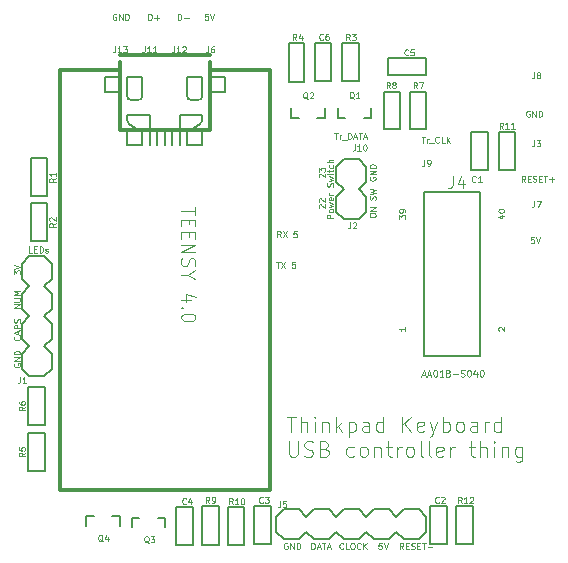
<source format=gbr>
%TF.GenerationSoftware,KiCad,Pcbnew,9.0.2*%
%TF.CreationDate,2025-07-11T21:06:49+12:00*%
%TF.ProjectId,T61,5436312e-6b69-4636-9164-5f7063625858,rev?*%
%TF.SameCoordinates,Original*%
%TF.FileFunction,Legend,Top*%
%TF.FilePolarity,Positive*%
%FSLAX46Y46*%
G04 Gerber Fmt 4.6, Leading zero omitted, Abs format (unit mm)*
G04 Created by KiCad (PCBNEW 9.0.2) date 2025-07-11 21:06:49*
%MOMM*%
%LPD*%
G01*
G04 APERTURE LIST*
%ADD10C,0.152400*%
%ADD11C,0.091440*%
%ADD12C,0.048768*%
%ADD13C,0.113792*%
%ADD14C,0.097536*%
%ADD15C,0.029911*%
%ADD16C,0.101600*%
%ADD17C,0.203200*%
%ADD18C,0.127000*%
%ADD19C,0.304800*%
G04 APERTURE END LIST*
D10*
X148886100Y-88003600D02*
X150186100Y-88003600D01*
X150186100Y-84703600D02*
X148886100Y-84703600D01*
X160286100Y-97303600D02*
X165086100Y-97303600D01*
X156886100Y-88803600D02*
X158286100Y-88803600D01*
X128186100Y-117003600D02*
X126786100Y-117003600D01*
X159086100Y-92003600D02*
X159086100Y-88803600D01*
X126786100Y-117703600D02*
X128186100Y-117703600D01*
X158286100Y-92003600D02*
X156886100Y-92003600D01*
X160286100Y-111203600D02*
X160286100Y-97303600D01*
X160486100Y-88803600D02*
X160486100Y-92003600D01*
X145086100Y-124003600D02*
X145086100Y-127203600D01*
X156886100Y-92003600D02*
X156886100Y-88803600D01*
X141486100Y-123903600D02*
X142986100Y-123903600D01*
X160486100Y-92003600D02*
X159086100Y-92003600D01*
X126786100Y-120903600D02*
X126786100Y-117703600D01*
X128186100Y-120903600D02*
X126786100Y-120903600D01*
X143686100Y-124003600D02*
X145086100Y-124003600D01*
X150186100Y-88003600D02*
X150186100Y-84703600D01*
X154786100Y-84703600D02*
X154786100Y-87903600D01*
X158286100Y-88803600D02*
X158286100Y-92003600D01*
X148886100Y-84703600D02*
X148886100Y-88003600D01*
X126786100Y-117003600D02*
X126786100Y-113803600D01*
X128186100Y-113803600D02*
X128186100Y-117003600D01*
X128186100Y-117703600D02*
X128186100Y-120903600D01*
X143686100Y-127203600D02*
X143686100Y-124003600D01*
X159086100Y-88803600D02*
X160486100Y-88803600D01*
X154786100Y-87903600D02*
X153386100Y-87903600D01*
X153386100Y-84703600D02*
X154786100Y-84703600D01*
X126786100Y-113803600D02*
X128186100Y-113803600D01*
X165086100Y-111203600D02*
X160286100Y-111203600D01*
X142986100Y-123903600D02*
X142986100Y-127203600D01*
X165086100Y-97303600D02*
X165086100Y-111203600D01*
X153386100Y-87903600D02*
X153386100Y-84703600D01*
X142986100Y-127203600D02*
X141486100Y-127203600D01*
X145086100Y-127203600D02*
X143686100Y-127203600D01*
X141486100Y-127203600D02*
X141486100Y-123903600D01*
D11*
X139469628Y-82735432D02*
X139469628Y-82217272D01*
X139469628Y-82217272D02*
X139592999Y-82217272D01*
X139592999Y-82217272D02*
X139667022Y-82241946D01*
X139667022Y-82241946D02*
X139716371Y-82291295D01*
X139716371Y-82291295D02*
X139741045Y-82340643D01*
X139741045Y-82340643D02*
X139765719Y-82439340D01*
X139765719Y-82439340D02*
X139765719Y-82513363D01*
X139765719Y-82513363D02*
X139741045Y-82612060D01*
X139741045Y-82612060D02*
X139716371Y-82661409D01*
X139716371Y-82661409D02*
X139667022Y-82710758D01*
X139667022Y-82710758D02*
X139592999Y-82735432D01*
X139592999Y-82735432D02*
X139469628Y-82735432D01*
X139987788Y-82538038D02*
X140382577Y-82538038D01*
X151449120Y-96044745D02*
X151424446Y-96020071D01*
X151424446Y-96020071D02*
X151399772Y-95970723D01*
X151399772Y-95970723D02*
X151399772Y-95847351D01*
X151399772Y-95847351D02*
X151424446Y-95798003D01*
X151424446Y-95798003D02*
X151449120Y-95773328D01*
X151449120Y-95773328D02*
X151498469Y-95748654D01*
X151498469Y-95748654D02*
X151547818Y-95748654D01*
X151547818Y-95748654D02*
X151621840Y-95773328D01*
X151621840Y-95773328D02*
X151917932Y-96069420D01*
X151917932Y-96069420D02*
X151917932Y-95748654D01*
X151399772Y-95575934D02*
X151399772Y-95255168D01*
X151399772Y-95255168D02*
X151597166Y-95427888D01*
X151597166Y-95427888D02*
X151597166Y-95353865D01*
X151597166Y-95353865D02*
X151621840Y-95304517D01*
X151621840Y-95304517D02*
X151646515Y-95279842D01*
X151646515Y-95279842D02*
X151695863Y-95255168D01*
X151695863Y-95255168D02*
X151819235Y-95255168D01*
X151819235Y-95255168D02*
X151868583Y-95279842D01*
X151868583Y-95279842D02*
X151893258Y-95304517D01*
X151893258Y-95304517D02*
X151917932Y-95353865D01*
X151917932Y-95353865D02*
X151917932Y-95501911D01*
X151917932Y-95501911D02*
X151893258Y-95551259D01*
X151893258Y-95551259D02*
X151868583Y-95575934D01*
X151765719Y-84386083D02*
X151741045Y-84410758D01*
X151741045Y-84410758D02*
X151667022Y-84435432D01*
X151667022Y-84435432D02*
X151617674Y-84435432D01*
X151617674Y-84435432D02*
X151543651Y-84410758D01*
X151543651Y-84410758D02*
X151494302Y-84361409D01*
X151494302Y-84361409D02*
X151469628Y-84312060D01*
X151469628Y-84312060D02*
X151444954Y-84213363D01*
X151444954Y-84213363D02*
X151444954Y-84139340D01*
X151444954Y-84139340D02*
X151469628Y-84040643D01*
X151469628Y-84040643D02*
X151494302Y-83991295D01*
X151494302Y-83991295D02*
X151543651Y-83941946D01*
X151543651Y-83941946D02*
X151617674Y-83917272D01*
X151617674Y-83917272D02*
X151667022Y-83917272D01*
X151667022Y-83917272D02*
X151741045Y-83941946D01*
X151741045Y-83941946D02*
X151765719Y-83966620D01*
X152209857Y-83917272D02*
X152111159Y-83917272D01*
X152111159Y-83917272D02*
X152061811Y-83941946D01*
X152061811Y-83941946D02*
X152037137Y-83966620D01*
X152037137Y-83966620D02*
X151987788Y-84040643D01*
X151987788Y-84040643D02*
X151963114Y-84139340D01*
X151963114Y-84139340D02*
X151963114Y-84336735D01*
X151963114Y-84336735D02*
X151987788Y-84386083D01*
X151987788Y-84386083D02*
X152012462Y-84410758D01*
X152012462Y-84410758D02*
X152061811Y-84435432D01*
X152061811Y-84435432D02*
X152160508Y-84435432D01*
X152160508Y-84435432D02*
X152209857Y-84410758D01*
X152209857Y-84410758D02*
X152234531Y-84386083D01*
X152234531Y-84386083D02*
X152259205Y-84336735D01*
X152259205Y-84336735D02*
X152259205Y-84213363D01*
X152259205Y-84213363D02*
X152234531Y-84164015D01*
X152234531Y-84164015D02*
X152209857Y-84139340D01*
X152209857Y-84139340D02*
X152160508Y-84114666D01*
X152160508Y-84114666D02*
X152061811Y-84114666D01*
X152061811Y-84114666D02*
X152012462Y-84139340D01*
X152012462Y-84139340D02*
X151987788Y-84164015D01*
X151987788Y-84164015D02*
X151963114Y-84213363D01*
X152617932Y-99520071D02*
X152099772Y-99520071D01*
X152099772Y-99520071D02*
X152099772Y-99322677D01*
X152099772Y-99322677D02*
X152124446Y-99273328D01*
X152124446Y-99273328D02*
X152149120Y-99248654D01*
X152149120Y-99248654D02*
X152198469Y-99223980D01*
X152198469Y-99223980D02*
X152272492Y-99223980D01*
X152272492Y-99223980D02*
X152321840Y-99248654D01*
X152321840Y-99248654D02*
X152346515Y-99273328D01*
X152346515Y-99273328D02*
X152371189Y-99322677D01*
X152371189Y-99322677D02*
X152371189Y-99520071D01*
X152617932Y-98927888D02*
X152593258Y-98977237D01*
X152593258Y-98977237D02*
X152568583Y-99001911D01*
X152568583Y-99001911D02*
X152519235Y-99026585D01*
X152519235Y-99026585D02*
X152371189Y-99026585D01*
X152371189Y-99026585D02*
X152321840Y-99001911D01*
X152321840Y-99001911D02*
X152297166Y-98977237D01*
X152297166Y-98977237D02*
X152272492Y-98927888D01*
X152272492Y-98927888D02*
X152272492Y-98853865D01*
X152272492Y-98853865D02*
X152297166Y-98804517D01*
X152297166Y-98804517D02*
X152321840Y-98779843D01*
X152321840Y-98779843D02*
X152371189Y-98755168D01*
X152371189Y-98755168D02*
X152519235Y-98755168D01*
X152519235Y-98755168D02*
X152568583Y-98779843D01*
X152568583Y-98779843D02*
X152593258Y-98804517D01*
X152593258Y-98804517D02*
X152617932Y-98853865D01*
X152617932Y-98853865D02*
X152617932Y-98927888D01*
X152272492Y-98582449D02*
X152617932Y-98483752D01*
X152617932Y-98483752D02*
X152371189Y-98385054D01*
X152371189Y-98385054D02*
X152617932Y-98286357D01*
X152617932Y-98286357D02*
X152272492Y-98187660D01*
X152593258Y-97792872D02*
X152617932Y-97842220D01*
X152617932Y-97842220D02*
X152617932Y-97940918D01*
X152617932Y-97940918D02*
X152593258Y-97990266D01*
X152593258Y-97990266D02*
X152543909Y-98014940D01*
X152543909Y-98014940D02*
X152346515Y-98014940D01*
X152346515Y-98014940D02*
X152297166Y-97990266D01*
X152297166Y-97990266D02*
X152272492Y-97940918D01*
X152272492Y-97940918D02*
X152272492Y-97842220D01*
X152272492Y-97842220D02*
X152297166Y-97792872D01*
X152297166Y-97792872D02*
X152346515Y-97768198D01*
X152346515Y-97768198D02*
X152395863Y-97768198D01*
X152395863Y-97768198D02*
X152445212Y-98014940D01*
X152617932Y-97546129D02*
X152272492Y-97546129D01*
X152371189Y-97546129D02*
X152321840Y-97521455D01*
X152321840Y-97521455D02*
X152297166Y-97496781D01*
X152297166Y-97496781D02*
X152272492Y-97447432D01*
X152272492Y-97447432D02*
X152272492Y-97398083D01*
X152593258Y-96855248D02*
X152617932Y-96781226D01*
X152617932Y-96781226D02*
X152617932Y-96657854D01*
X152617932Y-96657854D02*
X152593258Y-96608506D01*
X152593258Y-96608506D02*
X152568583Y-96583831D01*
X152568583Y-96583831D02*
X152519235Y-96559157D01*
X152519235Y-96559157D02*
X152469886Y-96559157D01*
X152469886Y-96559157D02*
X152420538Y-96583831D01*
X152420538Y-96583831D02*
X152395863Y-96608506D01*
X152395863Y-96608506D02*
X152371189Y-96657854D01*
X152371189Y-96657854D02*
X152346515Y-96756551D01*
X152346515Y-96756551D02*
X152321840Y-96805900D01*
X152321840Y-96805900D02*
X152297166Y-96830574D01*
X152297166Y-96830574D02*
X152247818Y-96855248D01*
X152247818Y-96855248D02*
X152198469Y-96855248D01*
X152198469Y-96855248D02*
X152149120Y-96830574D01*
X152149120Y-96830574D02*
X152124446Y-96805900D01*
X152124446Y-96805900D02*
X152099772Y-96756551D01*
X152099772Y-96756551D02*
X152099772Y-96633180D01*
X152099772Y-96633180D02*
X152124446Y-96559157D01*
X152272492Y-96386437D02*
X152617932Y-96287740D01*
X152617932Y-96287740D02*
X152371189Y-96189042D01*
X152371189Y-96189042D02*
X152617932Y-96090345D01*
X152617932Y-96090345D02*
X152272492Y-95991648D01*
X152617932Y-95794254D02*
X152272492Y-95794254D01*
X152099772Y-95794254D02*
X152124446Y-95818928D01*
X152124446Y-95818928D02*
X152149120Y-95794254D01*
X152149120Y-95794254D02*
X152124446Y-95769580D01*
X152124446Y-95769580D02*
X152099772Y-95794254D01*
X152099772Y-95794254D02*
X152149120Y-95794254D01*
X152272492Y-95621534D02*
X152272492Y-95424140D01*
X152099772Y-95547511D02*
X152543909Y-95547511D01*
X152543909Y-95547511D02*
X152593258Y-95522837D01*
X152593258Y-95522837D02*
X152617932Y-95473488D01*
X152617932Y-95473488D02*
X152617932Y-95424140D01*
X152593258Y-95029352D02*
X152617932Y-95078700D01*
X152617932Y-95078700D02*
X152617932Y-95177397D01*
X152617932Y-95177397D02*
X152593258Y-95226746D01*
X152593258Y-95226746D02*
X152568583Y-95251420D01*
X152568583Y-95251420D02*
X152519235Y-95276094D01*
X152519235Y-95276094D02*
X152371189Y-95276094D01*
X152371189Y-95276094D02*
X152321840Y-95251420D01*
X152321840Y-95251420D02*
X152297166Y-95226746D01*
X152297166Y-95226746D02*
X152272492Y-95177397D01*
X152272492Y-95177397D02*
X152272492Y-95078700D01*
X152272492Y-95078700D02*
X152297166Y-95029352D01*
X152617932Y-94807283D02*
X152099772Y-94807283D01*
X152617932Y-94585215D02*
X152346515Y-94585215D01*
X152346515Y-94585215D02*
X152297166Y-94609889D01*
X152297166Y-94609889D02*
X152272492Y-94659237D01*
X152272492Y-94659237D02*
X152272492Y-94733260D01*
X152272492Y-94733260D02*
X152297166Y-94782609D01*
X152297166Y-94782609D02*
X152321840Y-94807283D01*
X169241045Y-90441946D02*
X169191697Y-90417272D01*
X169191697Y-90417272D02*
X169117674Y-90417272D01*
X169117674Y-90417272D02*
X169043651Y-90441946D01*
X169043651Y-90441946D02*
X168994302Y-90491295D01*
X168994302Y-90491295D02*
X168969628Y-90540643D01*
X168969628Y-90540643D02*
X168944954Y-90639340D01*
X168944954Y-90639340D02*
X168944954Y-90713363D01*
X168944954Y-90713363D02*
X168969628Y-90812060D01*
X168969628Y-90812060D02*
X168994302Y-90861409D01*
X168994302Y-90861409D02*
X169043651Y-90910758D01*
X169043651Y-90910758D02*
X169117674Y-90935432D01*
X169117674Y-90935432D02*
X169167022Y-90935432D01*
X169167022Y-90935432D02*
X169241045Y-90910758D01*
X169241045Y-90910758D02*
X169265719Y-90886083D01*
X169265719Y-90886083D02*
X169265719Y-90713363D01*
X169265719Y-90713363D02*
X169167022Y-90713363D01*
X169487788Y-90935432D02*
X169487788Y-90417272D01*
X169487788Y-90417272D02*
X169783879Y-90935432D01*
X169783879Y-90935432D02*
X169783879Y-90417272D01*
X170030622Y-90935432D02*
X170030622Y-90417272D01*
X170030622Y-90417272D02*
X170153993Y-90417272D01*
X170153993Y-90417272D02*
X170228016Y-90441946D01*
X170228016Y-90441946D02*
X170277365Y-90491295D01*
X170277365Y-90491295D02*
X170302039Y-90540643D01*
X170302039Y-90540643D02*
X170326713Y-90639340D01*
X170326713Y-90639340D02*
X170326713Y-90713363D01*
X170326713Y-90713363D02*
X170302039Y-90812060D01*
X170302039Y-90812060D02*
X170277365Y-90861409D01*
X170277365Y-90861409D02*
X170228016Y-90910758D01*
X170228016Y-90910758D02*
X170153993Y-90935432D01*
X170153993Y-90935432D02*
X170030622Y-90935432D01*
X169616371Y-101117272D02*
X169369628Y-101117272D01*
X169369628Y-101117272D02*
X169344954Y-101364015D01*
X169344954Y-101364015D02*
X169369628Y-101339340D01*
X169369628Y-101339340D02*
X169418977Y-101314666D01*
X169418977Y-101314666D02*
X169542348Y-101314666D01*
X169542348Y-101314666D02*
X169591697Y-101339340D01*
X169591697Y-101339340D02*
X169616371Y-101364015D01*
X169616371Y-101364015D02*
X169641045Y-101413363D01*
X169641045Y-101413363D02*
X169641045Y-101536735D01*
X169641045Y-101536735D02*
X169616371Y-101586083D01*
X169616371Y-101586083D02*
X169591697Y-101610758D01*
X169591697Y-101610758D02*
X169542348Y-101635432D01*
X169542348Y-101635432D02*
X169418977Y-101635432D01*
X169418977Y-101635432D02*
X169369628Y-101610758D01*
X169369628Y-101610758D02*
X169344954Y-101586083D01*
X169789091Y-101117272D02*
X169961811Y-101635432D01*
X169961811Y-101635432D02*
X170134531Y-101117272D01*
X148165719Y-101135432D02*
X147992999Y-100888689D01*
X147869628Y-101135432D02*
X147869628Y-100617272D01*
X147869628Y-100617272D02*
X148067022Y-100617272D01*
X148067022Y-100617272D02*
X148116371Y-100641946D01*
X148116371Y-100641946D02*
X148141045Y-100666620D01*
X148141045Y-100666620D02*
X148165719Y-100715969D01*
X148165719Y-100715969D02*
X148165719Y-100789992D01*
X148165719Y-100789992D02*
X148141045Y-100839340D01*
X148141045Y-100839340D02*
X148116371Y-100864015D01*
X148116371Y-100864015D02*
X148067022Y-100888689D01*
X148067022Y-100888689D02*
X147869628Y-100888689D01*
X148338439Y-100617272D02*
X148683879Y-101135432D01*
X148683879Y-100617272D02*
X148338439Y-101135432D01*
X149522806Y-100617272D02*
X149276063Y-100617272D01*
X149276063Y-100617272D02*
X149251389Y-100864015D01*
X149251389Y-100864015D02*
X149276063Y-100839340D01*
X149276063Y-100839340D02*
X149325412Y-100814666D01*
X149325412Y-100814666D02*
X149448783Y-100814666D01*
X149448783Y-100814666D02*
X149498132Y-100839340D01*
X149498132Y-100839340D02*
X149522806Y-100864015D01*
X149522806Y-100864015D02*
X149547480Y-100913363D01*
X149547480Y-100913363D02*
X149547480Y-101036735D01*
X149547480Y-101036735D02*
X149522806Y-101086083D01*
X149522806Y-101086083D02*
X149498132Y-101110758D01*
X149498132Y-101110758D02*
X149448783Y-101135432D01*
X149448783Y-101135432D02*
X149325412Y-101135432D01*
X149325412Y-101135432D02*
X149276063Y-101110758D01*
X149276063Y-101110758D02*
X149251389Y-101086083D01*
X148741045Y-127041946D02*
X148691697Y-127017272D01*
X148691697Y-127017272D02*
X148617674Y-127017272D01*
X148617674Y-127017272D02*
X148543651Y-127041946D01*
X148543651Y-127041946D02*
X148494302Y-127091295D01*
X148494302Y-127091295D02*
X148469628Y-127140643D01*
X148469628Y-127140643D02*
X148444954Y-127239340D01*
X148444954Y-127239340D02*
X148444954Y-127313363D01*
X148444954Y-127313363D02*
X148469628Y-127412060D01*
X148469628Y-127412060D02*
X148494302Y-127461409D01*
X148494302Y-127461409D02*
X148543651Y-127510758D01*
X148543651Y-127510758D02*
X148617674Y-127535432D01*
X148617674Y-127535432D02*
X148667022Y-127535432D01*
X148667022Y-127535432D02*
X148741045Y-127510758D01*
X148741045Y-127510758D02*
X148765719Y-127486083D01*
X148765719Y-127486083D02*
X148765719Y-127313363D01*
X148765719Y-127313363D02*
X148667022Y-127313363D01*
X148987788Y-127535432D02*
X148987788Y-127017272D01*
X148987788Y-127017272D02*
X149283879Y-127535432D01*
X149283879Y-127535432D02*
X149283879Y-127017272D01*
X149530622Y-127535432D02*
X149530622Y-127017272D01*
X149530622Y-127017272D02*
X149653993Y-127017272D01*
X149653993Y-127017272D02*
X149728016Y-127041946D01*
X149728016Y-127041946D02*
X149777365Y-127091295D01*
X149777365Y-127091295D02*
X149802039Y-127140643D01*
X149802039Y-127140643D02*
X149826713Y-127239340D01*
X149826713Y-127239340D02*
X149826713Y-127313363D01*
X149826713Y-127313363D02*
X149802039Y-127412060D01*
X149802039Y-127412060D02*
X149777365Y-127461409D01*
X149777365Y-127461409D02*
X149728016Y-127510758D01*
X149728016Y-127510758D02*
X149653993Y-127535432D01*
X149653993Y-127535432D02*
X149530622Y-127535432D01*
X158965719Y-85686083D02*
X158941045Y-85710758D01*
X158941045Y-85710758D02*
X158867022Y-85735432D01*
X158867022Y-85735432D02*
X158817674Y-85735432D01*
X158817674Y-85735432D02*
X158743651Y-85710758D01*
X158743651Y-85710758D02*
X158694302Y-85661409D01*
X158694302Y-85661409D02*
X158669628Y-85612060D01*
X158669628Y-85612060D02*
X158644954Y-85513363D01*
X158644954Y-85513363D02*
X158644954Y-85439340D01*
X158644954Y-85439340D02*
X158669628Y-85340643D01*
X158669628Y-85340643D02*
X158694302Y-85291295D01*
X158694302Y-85291295D02*
X158743651Y-85241946D01*
X158743651Y-85241946D02*
X158817674Y-85217272D01*
X158817674Y-85217272D02*
X158867022Y-85217272D01*
X158867022Y-85217272D02*
X158941045Y-85241946D01*
X158941045Y-85241946D02*
X158965719Y-85266620D01*
X159434531Y-85217272D02*
X159187788Y-85217272D01*
X159187788Y-85217272D02*
X159163114Y-85464015D01*
X159163114Y-85464015D02*
X159187788Y-85439340D01*
X159187788Y-85439340D02*
X159237137Y-85414666D01*
X159237137Y-85414666D02*
X159360508Y-85414666D01*
X159360508Y-85414666D02*
X159409857Y-85439340D01*
X159409857Y-85439340D02*
X159434531Y-85464015D01*
X159434531Y-85464015D02*
X159459205Y-85513363D01*
X159459205Y-85513363D02*
X159459205Y-85636735D01*
X159459205Y-85636735D02*
X159434531Y-85686083D01*
X159434531Y-85686083D02*
X159409857Y-85710758D01*
X159409857Y-85710758D02*
X159360508Y-85735432D01*
X159360508Y-85735432D02*
X159237137Y-85735432D01*
X159237137Y-85735432D02*
X159187788Y-85710758D01*
X159187788Y-85710758D02*
X159163114Y-85686083D01*
X155724446Y-96048654D02*
X155699772Y-96098003D01*
X155699772Y-96098003D02*
X155699772Y-96172025D01*
X155699772Y-96172025D02*
X155724446Y-96246048D01*
X155724446Y-96246048D02*
X155773795Y-96295397D01*
X155773795Y-96295397D02*
X155823143Y-96320071D01*
X155823143Y-96320071D02*
X155921840Y-96344745D01*
X155921840Y-96344745D02*
X155995863Y-96344745D01*
X155995863Y-96344745D02*
X156094560Y-96320071D01*
X156094560Y-96320071D02*
X156143909Y-96295397D01*
X156143909Y-96295397D02*
X156193258Y-96246048D01*
X156193258Y-96246048D02*
X156217932Y-96172025D01*
X156217932Y-96172025D02*
X156217932Y-96122677D01*
X156217932Y-96122677D02*
X156193258Y-96048654D01*
X156193258Y-96048654D02*
X156168583Y-96023980D01*
X156168583Y-96023980D02*
X155995863Y-96023980D01*
X155995863Y-96023980D02*
X155995863Y-96122677D01*
X156217932Y-95801911D02*
X155699772Y-95801911D01*
X155699772Y-95801911D02*
X156217932Y-95505820D01*
X156217932Y-95505820D02*
X155699772Y-95505820D01*
X156217932Y-95259077D02*
X155699772Y-95259077D01*
X155699772Y-95259077D02*
X155699772Y-95135706D01*
X155699772Y-95135706D02*
X155724446Y-95061683D01*
X155724446Y-95061683D02*
X155773795Y-95012334D01*
X155773795Y-95012334D02*
X155823143Y-94987660D01*
X155823143Y-94987660D02*
X155921840Y-94962986D01*
X155921840Y-94962986D02*
X155995863Y-94962986D01*
X155995863Y-94962986D02*
X156094560Y-94987660D01*
X156094560Y-94987660D02*
X156143909Y-95012334D01*
X156143909Y-95012334D02*
X156193258Y-95061683D01*
X156193258Y-95061683D02*
X156217932Y-95135706D01*
X156217932Y-95135706D02*
X156217932Y-95259077D01*
X156716371Y-127017272D02*
X156469628Y-127017272D01*
X156469628Y-127017272D02*
X156444954Y-127264015D01*
X156444954Y-127264015D02*
X156469628Y-127239340D01*
X156469628Y-127239340D02*
X156518977Y-127214666D01*
X156518977Y-127214666D02*
X156642348Y-127214666D01*
X156642348Y-127214666D02*
X156691697Y-127239340D01*
X156691697Y-127239340D02*
X156716371Y-127264015D01*
X156716371Y-127264015D02*
X156741045Y-127313363D01*
X156741045Y-127313363D02*
X156741045Y-127436735D01*
X156741045Y-127436735D02*
X156716371Y-127486083D01*
X156716371Y-127486083D02*
X156691697Y-127510758D01*
X156691697Y-127510758D02*
X156642348Y-127535432D01*
X156642348Y-127535432D02*
X156518977Y-127535432D01*
X156518977Y-127535432D02*
X156469628Y-127510758D01*
X156469628Y-127510758D02*
X156444954Y-127486083D01*
X156889091Y-127017272D02*
X157061811Y-127535432D01*
X157061811Y-127535432D02*
X157234531Y-127017272D01*
X151449120Y-98644745D02*
X151424446Y-98620071D01*
X151424446Y-98620071D02*
X151399772Y-98570723D01*
X151399772Y-98570723D02*
X151399772Y-98447351D01*
X151399772Y-98447351D02*
X151424446Y-98398003D01*
X151424446Y-98398003D02*
X151449120Y-98373328D01*
X151449120Y-98373328D02*
X151498469Y-98348654D01*
X151498469Y-98348654D02*
X151547818Y-98348654D01*
X151547818Y-98348654D02*
X151621840Y-98373328D01*
X151621840Y-98373328D02*
X151917932Y-98669420D01*
X151917932Y-98669420D02*
X151917932Y-98348654D01*
X151449120Y-98151259D02*
X151424446Y-98126585D01*
X151424446Y-98126585D02*
X151399772Y-98077237D01*
X151399772Y-98077237D02*
X151399772Y-97953865D01*
X151399772Y-97953865D02*
X151424446Y-97904517D01*
X151424446Y-97904517D02*
X151449120Y-97879842D01*
X151449120Y-97879842D02*
X151498469Y-97855168D01*
X151498469Y-97855168D02*
X151547818Y-97855168D01*
X151547818Y-97855168D02*
X151621840Y-97879842D01*
X151621840Y-97879842D02*
X151917932Y-98175934D01*
X151917932Y-98175934D02*
X151917932Y-97855168D01*
X125624446Y-111848654D02*
X125599772Y-111898003D01*
X125599772Y-111898003D02*
X125599772Y-111972025D01*
X125599772Y-111972025D02*
X125624446Y-112046048D01*
X125624446Y-112046048D02*
X125673795Y-112095397D01*
X125673795Y-112095397D02*
X125723143Y-112120071D01*
X125723143Y-112120071D02*
X125821840Y-112144745D01*
X125821840Y-112144745D02*
X125895863Y-112144745D01*
X125895863Y-112144745D02*
X125994560Y-112120071D01*
X125994560Y-112120071D02*
X126043909Y-112095397D01*
X126043909Y-112095397D02*
X126093258Y-112046048D01*
X126093258Y-112046048D02*
X126117932Y-111972025D01*
X126117932Y-111972025D02*
X126117932Y-111922677D01*
X126117932Y-111922677D02*
X126093258Y-111848654D01*
X126093258Y-111848654D02*
X126068583Y-111823980D01*
X126068583Y-111823980D02*
X125895863Y-111823980D01*
X125895863Y-111823980D02*
X125895863Y-111922677D01*
X126117932Y-111601911D02*
X125599772Y-111601911D01*
X125599772Y-111601911D02*
X126117932Y-111305820D01*
X126117932Y-111305820D02*
X125599772Y-111305820D01*
X126117932Y-111059077D02*
X125599772Y-111059077D01*
X125599772Y-111059077D02*
X125599772Y-110935706D01*
X125599772Y-110935706D02*
X125624446Y-110861683D01*
X125624446Y-110861683D02*
X125673795Y-110812334D01*
X125673795Y-110812334D02*
X125723143Y-110787660D01*
X125723143Y-110787660D02*
X125821840Y-110762986D01*
X125821840Y-110762986D02*
X125895863Y-110762986D01*
X125895863Y-110762986D02*
X125994560Y-110787660D01*
X125994560Y-110787660D02*
X126043909Y-110812334D01*
X126043909Y-110812334D02*
X126093258Y-110861683D01*
X126093258Y-110861683D02*
X126117932Y-110935706D01*
X126117932Y-110935706D02*
X126117932Y-111059077D01*
X152695605Y-92317272D02*
X152991697Y-92317272D01*
X152843651Y-92835432D02*
X152843651Y-92317272D01*
X153164417Y-92835432D02*
X153164417Y-92489992D01*
X153164417Y-92588689D02*
X153189091Y-92539340D01*
X153189091Y-92539340D02*
X153213766Y-92514666D01*
X153213766Y-92514666D02*
X153263114Y-92489992D01*
X153263114Y-92489992D02*
X153312463Y-92489992D01*
X153361812Y-92884780D02*
X153756600Y-92884780D01*
X153879972Y-92835432D02*
X153879972Y-92317272D01*
X153879972Y-92317272D02*
X154003343Y-92317272D01*
X154003343Y-92317272D02*
X154077366Y-92341946D01*
X154077366Y-92341946D02*
X154126715Y-92391295D01*
X154126715Y-92391295D02*
X154151389Y-92440643D01*
X154151389Y-92440643D02*
X154176063Y-92539340D01*
X154176063Y-92539340D02*
X154176063Y-92613363D01*
X154176063Y-92613363D02*
X154151389Y-92712060D01*
X154151389Y-92712060D02*
X154126715Y-92761409D01*
X154126715Y-92761409D02*
X154077366Y-92810758D01*
X154077366Y-92810758D02*
X154003343Y-92835432D01*
X154003343Y-92835432D02*
X153879972Y-92835432D01*
X154373458Y-92687386D02*
X154620201Y-92687386D01*
X154324109Y-92835432D02*
X154496829Y-92317272D01*
X154496829Y-92317272D02*
X154669549Y-92835432D01*
X154768246Y-92317272D02*
X155064338Y-92317272D01*
X154916292Y-92835432D02*
X154916292Y-92317272D01*
X155212384Y-92687386D02*
X155459127Y-92687386D01*
X155163035Y-92835432D02*
X155335755Y-92317272D01*
X155335755Y-92317272D02*
X155508475Y-92835432D01*
X147795605Y-103217272D02*
X148091697Y-103217272D01*
X147943651Y-103735432D02*
X147943651Y-103217272D01*
X148215068Y-103217272D02*
X148560508Y-103735432D01*
X148560508Y-103217272D02*
X148215068Y-103735432D01*
X149399435Y-103217272D02*
X149152692Y-103217272D01*
X149152692Y-103217272D02*
X149128018Y-103464015D01*
X149128018Y-103464015D02*
X149152692Y-103439340D01*
X149152692Y-103439340D02*
X149202041Y-103414666D01*
X149202041Y-103414666D02*
X149325412Y-103414666D01*
X149325412Y-103414666D02*
X149374761Y-103439340D01*
X149374761Y-103439340D02*
X149399435Y-103464015D01*
X149399435Y-103464015D02*
X149424109Y-103513363D01*
X149424109Y-103513363D02*
X149424109Y-103636735D01*
X149424109Y-103636735D02*
X149399435Y-103686083D01*
X149399435Y-103686083D02*
X149374761Y-103710758D01*
X149374761Y-103710758D02*
X149325412Y-103735432D01*
X149325412Y-103735432D02*
X149202041Y-103735432D01*
X149202041Y-103735432D02*
X149152692Y-103710758D01*
X149152692Y-103710758D02*
X149128018Y-103686083D01*
X126117932Y-107120071D02*
X125599772Y-107120071D01*
X125599772Y-107120071D02*
X126117932Y-106823980D01*
X126117932Y-106823980D02*
X125599772Y-106823980D01*
X125599772Y-106577237D02*
X126019235Y-106577237D01*
X126019235Y-106577237D02*
X126068583Y-106552563D01*
X126068583Y-106552563D02*
X126093258Y-106527889D01*
X126093258Y-106527889D02*
X126117932Y-106478540D01*
X126117932Y-106478540D02*
X126117932Y-106379843D01*
X126117932Y-106379843D02*
X126093258Y-106330494D01*
X126093258Y-106330494D02*
X126068583Y-106305820D01*
X126068583Y-106305820D02*
X126019235Y-106281146D01*
X126019235Y-106281146D02*
X125599772Y-106281146D01*
X126117932Y-106034403D02*
X125599772Y-106034403D01*
X125599772Y-106034403D02*
X125969886Y-105861683D01*
X125969886Y-105861683D02*
X125599772Y-105688963D01*
X125599772Y-105688963D02*
X126117932Y-105688963D01*
X164683385Y-96413285D02*
X164658711Y-96437960D01*
X164658711Y-96437960D02*
X164584688Y-96462634D01*
X164584688Y-96462634D02*
X164535340Y-96462634D01*
X164535340Y-96462634D02*
X164461317Y-96437960D01*
X164461317Y-96437960D02*
X164411968Y-96388611D01*
X164411968Y-96388611D02*
X164387294Y-96339262D01*
X164387294Y-96339262D02*
X164362620Y-96240565D01*
X164362620Y-96240565D02*
X164362620Y-96166542D01*
X164362620Y-96166542D02*
X164387294Y-96067845D01*
X164387294Y-96067845D02*
X164411968Y-96018497D01*
X164411968Y-96018497D02*
X164461317Y-95969148D01*
X164461317Y-95969148D02*
X164535340Y-95944474D01*
X164535340Y-95944474D02*
X164584688Y-95944474D01*
X164584688Y-95944474D02*
X164658711Y-95969148D01*
X164658711Y-95969148D02*
X164683385Y-95993822D01*
X165176871Y-96462634D02*
X164880780Y-96462634D01*
X165028825Y-96462634D02*
X165028825Y-95944474D01*
X165028825Y-95944474D02*
X164979477Y-96018497D01*
X164979477Y-96018497D02*
X164930128Y-96067845D01*
X164930128Y-96067845D02*
X164880780Y-96092520D01*
X127116371Y-102435432D02*
X126869628Y-102435432D01*
X126869628Y-102435432D02*
X126869628Y-101917272D01*
X127289091Y-102164015D02*
X127461811Y-102164015D01*
X127535834Y-102435432D02*
X127289091Y-102435432D01*
X127289091Y-102435432D02*
X127289091Y-101917272D01*
X127289091Y-101917272D02*
X127535834Y-101917272D01*
X127757902Y-102435432D02*
X127757902Y-101917272D01*
X127757902Y-101917272D02*
X127881273Y-101917272D01*
X127881273Y-101917272D02*
X127955296Y-101941946D01*
X127955296Y-101941946D02*
X128004645Y-101991295D01*
X128004645Y-101991295D02*
X128029319Y-102040643D01*
X128029319Y-102040643D02*
X128053993Y-102139340D01*
X128053993Y-102139340D02*
X128053993Y-102213363D01*
X128053993Y-102213363D02*
X128029319Y-102312060D01*
X128029319Y-102312060D02*
X128004645Y-102361409D01*
X128004645Y-102361409D02*
X127955296Y-102410758D01*
X127955296Y-102410758D02*
X127881273Y-102435432D01*
X127881273Y-102435432D02*
X127757902Y-102435432D01*
X128251388Y-102410758D02*
X128300736Y-102435432D01*
X128300736Y-102435432D02*
X128399433Y-102435432D01*
X128399433Y-102435432D02*
X128448782Y-102410758D01*
X128448782Y-102410758D02*
X128473456Y-102361409D01*
X128473456Y-102361409D02*
X128473456Y-102336735D01*
X128473456Y-102336735D02*
X128448782Y-102287386D01*
X128448782Y-102287386D02*
X128399433Y-102262712D01*
X128399433Y-102262712D02*
X128325411Y-102262712D01*
X128325411Y-102262712D02*
X128276062Y-102238038D01*
X128276062Y-102238038D02*
X128251388Y-102188689D01*
X128251388Y-102188689D02*
X128251388Y-102164015D01*
X128251388Y-102164015D02*
X128276062Y-102114666D01*
X128276062Y-102114666D02*
X128325411Y-102089992D01*
X128325411Y-102089992D02*
X128399433Y-102089992D01*
X128399433Y-102089992D02*
X128448782Y-102114666D01*
X136969628Y-82735432D02*
X136969628Y-82217272D01*
X136969628Y-82217272D02*
X137092999Y-82217272D01*
X137092999Y-82217272D02*
X137167022Y-82241946D01*
X137167022Y-82241946D02*
X137216371Y-82291295D01*
X137216371Y-82291295D02*
X137241045Y-82340643D01*
X137241045Y-82340643D02*
X137265719Y-82439340D01*
X137265719Y-82439340D02*
X137265719Y-82513363D01*
X137265719Y-82513363D02*
X137241045Y-82612060D01*
X137241045Y-82612060D02*
X137216371Y-82661409D01*
X137216371Y-82661409D02*
X137167022Y-82710758D01*
X137167022Y-82710758D02*
X137092999Y-82735432D01*
X137092999Y-82735432D02*
X136969628Y-82735432D01*
X137487788Y-82538038D02*
X137882577Y-82538038D01*
X137685182Y-82735432D02*
X137685182Y-82340643D01*
D12*
X160138909Y-112768591D02*
X160405972Y-112768591D01*
X160085496Y-112928829D02*
X160272440Y-112367997D01*
X160272440Y-112367997D02*
X160459384Y-112928829D01*
X160619622Y-112768591D02*
X160886685Y-112768591D01*
X160566209Y-112928829D02*
X160753153Y-112367997D01*
X160753153Y-112367997D02*
X160940097Y-112928829D01*
X161233866Y-112367997D02*
X161287279Y-112367997D01*
X161287279Y-112367997D02*
X161340691Y-112394703D01*
X161340691Y-112394703D02*
X161367398Y-112421409D01*
X161367398Y-112421409D02*
X161394104Y-112474822D01*
X161394104Y-112474822D02*
X161420810Y-112581647D01*
X161420810Y-112581647D02*
X161420810Y-112715179D01*
X161420810Y-112715179D02*
X161394104Y-112822004D01*
X161394104Y-112822004D02*
X161367398Y-112875416D01*
X161367398Y-112875416D02*
X161340691Y-112902123D01*
X161340691Y-112902123D02*
X161287279Y-112928829D01*
X161287279Y-112928829D02*
X161233866Y-112928829D01*
X161233866Y-112928829D02*
X161180454Y-112902123D01*
X161180454Y-112902123D02*
X161153747Y-112875416D01*
X161153747Y-112875416D02*
X161127041Y-112822004D01*
X161127041Y-112822004D02*
X161100335Y-112715179D01*
X161100335Y-112715179D02*
X161100335Y-112581647D01*
X161100335Y-112581647D02*
X161127041Y-112474822D01*
X161127041Y-112474822D02*
X161153747Y-112421409D01*
X161153747Y-112421409D02*
X161180454Y-112394703D01*
X161180454Y-112394703D02*
X161233866Y-112367997D01*
X161954936Y-112928829D02*
X161634461Y-112928829D01*
X161794698Y-112928829D02*
X161794698Y-112367997D01*
X161794698Y-112367997D02*
X161741286Y-112448116D01*
X161741286Y-112448116D02*
X161687873Y-112501528D01*
X161687873Y-112501528D02*
X161634461Y-112528235D01*
X162382237Y-112635060D02*
X162462356Y-112661766D01*
X162462356Y-112661766D02*
X162489062Y-112688472D01*
X162489062Y-112688472D02*
X162515768Y-112741885D01*
X162515768Y-112741885D02*
X162515768Y-112822004D01*
X162515768Y-112822004D02*
X162489062Y-112875416D01*
X162489062Y-112875416D02*
X162462356Y-112902123D01*
X162462356Y-112902123D02*
X162408943Y-112928829D01*
X162408943Y-112928829D02*
X162195293Y-112928829D01*
X162195293Y-112928829D02*
X162195293Y-112367997D01*
X162195293Y-112367997D02*
X162382237Y-112367997D01*
X162382237Y-112367997D02*
X162435650Y-112394703D01*
X162435650Y-112394703D02*
X162462356Y-112421409D01*
X162462356Y-112421409D02*
X162489062Y-112474822D01*
X162489062Y-112474822D02*
X162489062Y-112528235D01*
X162489062Y-112528235D02*
X162462356Y-112581647D01*
X162462356Y-112581647D02*
X162435650Y-112608353D01*
X162435650Y-112608353D02*
X162382237Y-112635060D01*
X162382237Y-112635060D02*
X162195293Y-112635060D01*
X162756125Y-112715179D02*
X163183426Y-112715179D01*
X163423782Y-112902123D02*
X163503901Y-112928829D01*
X163503901Y-112928829D02*
X163637432Y-112928829D01*
X163637432Y-112928829D02*
X163690845Y-112902123D01*
X163690845Y-112902123D02*
X163717551Y-112875416D01*
X163717551Y-112875416D02*
X163744257Y-112822004D01*
X163744257Y-112822004D02*
X163744257Y-112768591D01*
X163744257Y-112768591D02*
X163717551Y-112715179D01*
X163717551Y-112715179D02*
X163690845Y-112688472D01*
X163690845Y-112688472D02*
X163637432Y-112661766D01*
X163637432Y-112661766D02*
X163530607Y-112635060D01*
X163530607Y-112635060D02*
X163477194Y-112608353D01*
X163477194Y-112608353D02*
X163450488Y-112581647D01*
X163450488Y-112581647D02*
X163423782Y-112528235D01*
X163423782Y-112528235D02*
X163423782Y-112474822D01*
X163423782Y-112474822D02*
X163450488Y-112421409D01*
X163450488Y-112421409D02*
X163477194Y-112394703D01*
X163477194Y-112394703D02*
X163530607Y-112367997D01*
X163530607Y-112367997D02*
X163664138Y-112367997D01*
X163664138Y-112367997D02*
X163744257Y-112394703D01*
X164091439Y-112367997D02*
X164144852Y-112367997D01*
X164144852Y-112367997D02*
X164198264Y-112394703D01*
X164198264Y-112394703D02*
X164224971Y-112421409D01*
X164224971Y-112421409D02*
X164251677Y-112474822D01*
X164251677Y-112474822D02*
X164278383Y-112581647D01*
X164278383Y-112581647D02*
X164278383Y-112715179D01*
X164278383Y-112715179D02*
X164251677Y-112822004D01*
X164251677Y-112822004D02*
X164224971Y-112875416D01*
X164224971Y-112875416D02*
X164198264Y-112902123D01*
X164198264Y-112902123D02*
X164144852Y-112928829D01*
X164144852Y-112928829D02*
X164091439Y-112928829D01*
X164091439Y-112928829D02*
X164038027Y-112902123D01*
X164038027Y-112902123D02*
X164011320Y-112875416D01*
X164011320Y-112875416D02*
X163984614Y-112822004D01*
X163984614Y-112822004D02*
X163957908Y-112715179D01*
X163957908Y-112715179D02*
X163957908Y-112581647D01*
X163957908Y-112581647D02*
X163984614Y-112474822D01*
X163984614Y-112474822D02*
X164011320Y-112421409D01*
X164011320Y-112421409D02*
X164038027Y-112394703D01*
X164038027Y-112394703D02*
X164091439Y-112367997D01*
X164759097Y-112554941D02*
X164759097Y-112928829D01*
X164625565Y-112341291D02*
X164492034Y-112741885D01*
X164492034Y-112741885D02*
X164839215Y-112741885D01*
X165159691Y-112367997D02*
X165213104Y-112367997D01*
X165213104Y-112367997D02*
X165266516Y-112394703D01*
X165266516Y-112394703D02*
X165293223Y-112421409D01*
X165293223Y-112421409D02*
X165319929Y-112474822D01*
X165319929Y-112474822D02*
X165346635Y-112581647D01*
X165346635Y-112581647D02*
X165346635Y-112715179D01*
X165346635Y-112715179D02*
X165319929Y-112822004D01*
X165319929Y-112822004D02*
X165293223Y-112875416D01*
X165293223Y-112875416D02*
X165266516Y-112902123D01*
X165266516Y-112902123D02*
X165213104Y-112928829D01*
X165213104Y-112928829D02*
X165159691Y-112928829D01*
X165159691Y-112928829D02*
X165106279Y-112902123D01*
X165106279Y-112902123D02*
X165079572Y-112875416D01*
X165079572Y-112875416D02*
X165052866Y-112822004D01*
X165052866Y-112822004D02*
X165026160Y-112715179D01*
X165026160Y-112715179D02*
X165026160Y-112581647D01*
X165026160Y-112581647D02*
X165052866Y-112474822D01*
X165052866Y-112474822D02*
X165079572Y-112421409D01*
X165079572Y-112421409D02*
X165106279Y-112394703D01*
X165106279Y-112394703D02*
X165159691Y-112367997D01*
D13*
X148685592Y-116322139D02*
X149433368Y-116322139D01*
X149059480Y-117630747D02*
X149059480Y-116322139D01*
X149869571Y-117630747D02*
X149869571Y-116322139D01*
X150430403Y-117630747D02*
X150430403Y-116945286D01*
X150430403Y-116945286D02*
X150368088Y-116820657D01*
X150368088Y-116820657D02*
X150243459Y-116758342D01*
X150243459Y-116758342D02*
X150056515Y-116758342D01*
X150056515Y-116758342D02*
X149931886Y-116820657D01*
X149931886Y-116820657D02*
X149869571Y-116882971D01*
X151053550Y-117630747D02*
X151053550Y-116758342D01*
X151053550Y-116322139D02*
X150991235Y-116384454D01*
X150991235Y-116384454D02*
X151053550Y-116446769D01*
X151053550Y-116446769D02*
X151115865Y-116384454D01*
X151115865Y-116384454D02*
X151053550Y-116322139D01*
X151053550Y-116322139D02*
X151053550Y-116446769D01*
X151676697Y-116758342D02*
X151676697Y-117630747D01*
X151676697Y-116882971D02*
X151739012Y-116820657D01*
X151739012Y-116820657D02*
X151863641Y-116758342D01*
X151863641Y-116758342D02*
X152050585Y-116758342D01*
X152050585Y-116758342D02*
X152175214Y-116820657D01*
X152175214Y-116820657D02*
X152237529Y-116945286D01*
X152237529Y-116945286D02*
X152237529Y-117630747D01*
X152860676Y-117630747D02*
X152860676Y-116322139D01*
X152985305Y-117132230D02*
X153359193Y-117630747D01*
X153359193Y-116758342D02*
X152860676Y-117256859D01*
X153920025Y-116758342D02*
X153920025Y-118066950D01*
X153920025Y-116820657D02*
X154044654Y-116758342D01*
X154044654Y-116758342D02*
X154293913Y-116758342D01*
X154293913Y-116758342D02*
X154418542Y-116820657D01*
X154418542Y-116820657D02*
X154480857Y-116882971D01*
X154480857Y-116882971D02*
X154543172Y-117007601D01*
X154543172Y-117007601D02*
X154543172Y-117381489D01*
X154543172Y-117381489D02*
X154480857Y-117506118D01*
X154480857Y-117506118D02*
X154418542Y-117568433D01*
X154418542Y-117568433D02*
X154293913Y-117630747D01*
X154293913Y-117630747D02*
X154044654Y-117630747D01*
X154044654Y-117630747D02*
X153920025Y-117568433D01*
X155664836Y-117630747D02*
X155664836Y-116945286D01*
X155664836Y-116945286D02*
X155602521Y-116820657D01*
X155602521Y-116820657D02*
X155477892Y-116758342D01*
X155477892Y-116758342D02*
X155228633Y-116758342D01*
X155228633Y-116758342D02*
X155104004Y-116820657D01*
X155664836Y-117568433D02*
X155540207Y-117630747D01*
X155540207Y-117630747D02*
X155228633Y-117630747D01*
X155228633Y-117630747D02*
X155104004Y-117568433D01*
X155104004Y-117568433D02*
X155041689Y-117443803D01*
X155041689Y-117443803D02*
X155041689Y-117319174D01*
X155041689Y-117319174D02*
X155104004Y-117194545D01*
X155104004Y-117194545D02*
X155228633Y-117132230D01*
X155228633Y-117132230D02*
X155540207Y-117132230D01*
X155540207Y-117132230D02*
X155664836Y-117069915D01*
X156848815Y-117630747D02*
X156848815Y-116322139D01*
X156848815Y-117568433D02*
X156724186Y-117630747D01*
X156724186Y-117630747D02*
X156474927Y-117630747D01*
X156474927Y-117630747D02*
X156350298Y-117568433D01*
X156350298Y-117568433D02*
X156287983Y-117506118D01*
X156287983Y-117506118D02*
X156225668Y-117381489D01*
X156225668Y-117381489D02*
X156225668Y-117007601D01*
X156225668Y-117007601D02*
X156287983Y-116882971D01*
X156287983Y-116882971D02*
X156350298Y-116820657D01*
X156350298Y-116820657D02*
X156474927Y-116758342D01*
X156474927Y-116758342D02*
X156724186Y-116758342D01*
X156724186Y-116758342D02*
X156848815Y-116820657D01*
X158468997Y-117630747D02*
X158468997Y-116322139D01*
X159216773Y-117630747D02*
X158655941Y-116882971D01*
X159216773Y-116322139D02*
X158468997Y-117069915D01*
X160276122Y-117568433D02*
X160151493Y-117630747D01*
X160151493Y-117630747D02*
X159902234Y-117630747D01*
X159902234Y-117630747D02*
X159777605Y-117568433D01*
X159777605Y-117568433D02*
X159715290Y-117443803D01*
X159715290Y-117443803D02*
X159715290Y-116945286D01*
X159715290Y-116945286D02*
X159777605Y-116820657D01*
X159777605Y-116820657D02*
X159902234Y-116758342D01*
X159902234Y-116758342D02*
X160151493Y-116758342D01*
X160151493Y-116758342D02*
X160276122Y-116820657D01*
X160276122Y-116820657D02*
X160338437Y-116945286D01*
X160338437Y-116945286D02*
X160338437Y-117069915D01*
X160338437Y-117069915D02*
X159715290Y-117194545D01*
X160774640Y-116758342D02*
X161086213Y-117630747D01*
X161397786Y-116758342D02*
X161086213Y-117630747D01*
X161086213Y-117630747D02*
X160961584Y-117942321D01*
X160961584Y-117942321D02*
X160899269Y-118004635D01*
X160899269Y-118004635D02*
X160774640Y-118066950D01*
X161896304Y-117630747D02*
X161896304Y-116322139D01*
X161896304Y-116820657D02*
X162020933Y-116758342D01*
X162020933Y-116758342D02*
X162270192Y-116758342D01*
X162270192Y-116758342D02*
X162394821Y-116820657D01*
X162394821Y-116820657D02*
X162457136Y-116882971D01*
X162457136Y-116882971D02*
X162519451Y-117007601D01*
X162519451Y-117007601D02*
X162519451Y-117381489D01*
X162519451Y-117381489D02*
X162457136Y-117506118D01*
X162457136Y-117506118D02*
X162394821Y-117568433D01*
X162394821Y-117568433D02*
X162270192Y-117630747D01*
X162270192Y-117630747D02*
X162020933Y-117630747D01*
X162020933Y-117630747D02*
X161896304Y-117568433D01*
X163267227Y-117630747D02*
X163142598Y-117568433D01*
X163142598Y-117568433D02*
X163080283Y-117506118D01*
X163080283Y-117506118D02*
X163017968Y-117381489D01*
X163017968Y-117381489D02*
X163017968Y-117007601D01*
X163017968Y-117007601D02*
X163080283Y-116882971D01*
X163080283Y-116882971D02*
X163142598Y-116820657D01*
X163142598Y-116820657D02*
X163267227Y-116758342D01*
X163267227Y-116758342D02*
X163454171Y-116758342D01*
X163454171Y-116758342D02*
X163578800Y-116820657D01*
X163578800Y-116820657D02*
X163641115Y-116882971D01*
X163641115Y-116882971D02*
X163703430Y-117007601D01*
X163703430Y-117007601D02*
X163703430Y-117381489D01*
X163703430Y-117381489D02*
X163641115Y-117506118D01*
X163641115Y-117506118D02*
X163578800Y-117568433D01*
X163578800Y-117568433D02*
X163454171Y-117630747D01*
X163454171Y-117630747D02*
X163267227Y-117630747D01*
X164825094Y-117630747D02*
X164825094Y-116945286D01*
X164825094Y-116945286D02*
X164762779Y-116820657D01*
X164762779Y-116820657D02*
X164638150Y-116758342D01*
X164638150Y-116758342D02*
X164388891Y-116758342D01*
X164388891Y-116758342D02*
X164264262Y-116820657D01*
X164825094Y-117568433D02*
X164700465Y-117630747D01*
X164700465Y-117630747D02*
X164388891Y-117630747D01*
X164388891Y-117630747D02*
X164264262Y-117568433D01*
X164264262Y-117568433D02*
X164201947Y-117443803D01*
X164201947Y-117443803D02*
X164201947Y-117319174D01*
X164201947Y-117319174D02*
X164264262Y-117194545D01*
X164264262Y-117194545D02*
X164388891Y-117132230D01*
X164388891Y-117132230D02*
X164700465Y-117132230D01*
X164700465Y-117132230D02*
X164825094Y-117069915D01*
X165448241Y-117630747D02*
X165448241Y-116758342D01*
X165448241Y-117007601D02*
X165510556Y-116882971D01*
X165510556Y-116882971D02*
X165572870Y-116820657D01*
X165572870Y-116820657D02*
X165697500Y-116758342D01*
X165697500Y-116758342D02*
X165822129Y-116758342D01*
X166819164Y-117630747D02*
X166819164Y-116322139D01*
X166819164Y-117568433D02*
X166694535Y-117630747D01*
X166694535Y-117630747D02*
X166445276Y-117630747D01*
X166445276Y-117630747D02*
X166320647Y-117568433D01*
X166320647Y-117568433D02*
X166258332Y-117506118D01*
X166258332Y-117506118D02*
X166196017Y-117381489D01*
X166196017Y-117381489D02*
X166196017Y-117007601D01*
X166196017Y-117007601D02*
X166258332Y-116882971D01*
X166258332Y-116882971D02*
X166320647Y-116820657D01*
X166320647Y-116820657D02*
X166445276Y-116758342D01*
X166445276Y-116758342D02*
X166694535Y-116758342D01*
X166694535Y-116758342D02*
X166819164Y-116820657D01*
X148872536Y-118428925D02*
X148872536Y-119488275D01*
X148872536Y-119488275D02*
X148934851Y-119612904D01*
X148934851Y-119612904D02*
X148997165Y-119675219D01*
X148997165Y-119675219D02*
X149121795Y-119737533D01*
X149121795Y-119737533D02*
X149371053Y-119737533D01*
X149371053Y-119737533D02*
X149495683Y-119675219D01*
X149495683Y-119675219D02*
X149557997Y-119612904D01*
X149557997Y-119612904D02*
X149620312Y-119488275D01*
X149620312Y-119488275D02*
X149620312Y-118428925D01*
X150181144Y-119675219D02*
X150368088Y-119737533D01*
X150368088Y-119737533D02*
X150679662Y-119737533D01*
X150679662Y-119737533D02*
X150804291Y-119675219D01*
X150804291Y-119675219D02*
X150866606Y-119612904D01*
X150866606Y-119612904D02*
X150928920Y-119488275D01*
X150928920Y-119488275D02*
X150928920Y-119363645D01*
X150928920Y-119363645D02*
X150866606Y-119239016D01*
X150866606Y-119239016D02*
X150804291Y-119176701D01*
X150804291Y-119176701D02*
X150679662Y-119114387D01*
X150679662Y-119114387D02*
X150430403Y-119052072D01*
X150430403Y-119052072D02*
X150305774Y-118989757D01*
X150305774Y-118989757D02*
X150243459Y-118927443D01*
X150243459Y-118927443D02*
X150181144Y-118802813D01*
X150181144Y-118802813D02*
X150181144Y-118678184D01*
X150181144Y-118678184D02*
X150243459Y-118553555D01*
X150243459Y-118553555D02*
X150305774Y-118491240D01*
X150305774Y-118491240D02*
X150430403Y-118428925D01*
X150430403Y-118428925D02*
X150741976Y-118428925D01*
X150741976Y-118428925D02*
X150928920Y-118491240D01*
X151925955Y-119052072D02*
X152112899Y-119114387D01*
X152112899Y-119114387D02*
X152175213Y-119176701D01*
X152175213Y-119176701D02*
X152237528Y-119301331D01*
X152237528Y-119301331D02*
X152237528Y-119488275D01*
X152237528Y-119488275D02*
X152175213Y-119612904D01*
X152175213Y-119612904D02*
X152112899Y-119675219D01*
X152112899Y-119675219D02*
X151988269Y-119737533D01*
X151988269Y-119737533D02*
X151489752Y-119737533D01*
X151489752Y-119737533D02*
X151489752Y-118428925D01*
X151489752Y-118428925D02*
X151925955Y-118428925D01*
X151925955Y-118428925D02*
X152050584Y-118491240D01*
X152050584Y-118491240D02*
X152112899Y-118553555D01*
X152112899Y-118553555D02*
X152175213Y-118678184D01*
X152175213Y-118678184D02*
X152175213Y-118802813D01*
X152175213Y-118802813D02*
X152112899Y-118927443D01*
X152112899Y-118927443D02*
X152050584Y-118989757D01*
X152050584Y-118989757D02*
X151925955Y-119052072D01*
X151925955Y-119052072D02*
X151489752Y-119052072D01*
X154356227Y-119675219D02*
X154231598Y-119737533D01*
X154231598Y-119737533D02*
X153982339Y-119737533D01*
X153982339Y-119737533D02*
X153857710Y-119675219D01*
X153857710Y-119675219D02*
X153795395Y-119612904D01*
X153795395Y-119612904D02*
X153733080Y-119488275D01*
X153733080Y-119488275D02*
X153733080Y-119114387D01*
X153733080Y-119114387D02*
X153795395Y-118989757D01*
X153795395Y-118989757D02*
X153857710Y-118927443D01*
X153857710Y-118927443D02*
X153982339Y-118865128D01*
X153982339Y-118865128D02*
X154231598Y-118865128D01*
X154231598Y-118865128D02*
X154356227Y-118927443D01*
X155104003Y-119737533D02*
X154979374Y-119675219D01*
X154979374Y-119675219D02*
X154917059Y-119612904D01*
X154917059Y-119612904D02*
X154854744Y-119488275D01*
X154854744Y-119488275D02*
X154854744Y-119114387D01*
X154854744Y-119114387D02*
X154917059Y-118989757D01*
X154917059Y-118989757D02*
X154979374Y-118927443D01*
X154979374Y-118927443D02*
X155104003Y-118865128D01*
X155104003Y-118865128D02*
X155290947Y-118865128D01*
X155290947Y-118865128D02*
X155415576Y-118927443D01*
X155415576Y-118927443D02*
X155477891Y-118989757D01*
X155477891Y-118989757D02*
X155540206Y-119114387D01*
X155540206Y-119114387D02*
X155540206Y-119488275D01*
X155540206Y-119488275D02*
X155477891Y-119612904D01*
X155477891Y-119612904D02*
X155415576Y-119675219D01*
X155415576Y-119675219D02*
X155290947Y-119737533D01*
X155290947Y-119737533D02*
X155104003Y-119737533D01*
X156101038Y-118865128D02*
X156101038Y-119737533D01*
X156101038Y-118989757D02*
X156163353Y-118927443D01*
X156163353Y-118927443D02*
X156287982Y-118865128D01*
X156287982Y-118865128D02*
X156474926Y-118865128D01*
X156474926Y-118865128D02*
X156599555Y-118927443D01*
X156599555Y-118927443D02*
X156661870Y-119052072D01*
X156661870Y-119052072D02*
X156661870Y-119737533D01*
X157098073Y-118865128D02*
X157596590Y-118865128D01*
X157285017Y-118428925D02*
X157285017Y-119550589D01*
X157285017Y-119550589D02*
X157347332Y-119675219D01*
X157347332Y-119675219D02*
X157471961Y-119737533D01*
X157471961Y-119737533D02*
X157596590Y-119737533D01*
X158032793Y-119737533D02*
X158032793Y-118865128D01*
X158032793Y-119114387D02*
X158095108Y-118989757D01*
X158095108Y-118989757D02*
X158157422Y-118927443D01*
X158157422Y-118927443D02*
X158282052Y-118865128D01*
X158282052Y-118865128D02*
X158406681Y-118865128D01*
X159029828Y-119737533D02*
X158905199Y-119675219D01*
X158905199Y-119675219D02*
X158842884Y-119612904D01*
X158842884Y-119612904D02*
X158780569Y-119488275D01*
X158780569Y-119488275D02*
X158780569Y-119114387D01*
X158780569Y-119114387D02*
X158842884Y-118989757D01*
X158842884Y-118989757D02*
X158905199Y-118927443D01*
X158905199Y-118927443D02*
X159029828Y-118865128D01*
X159029828Y-118865128D02*
X159216772Y-118865128D01*
X159216772Y-118865128D02*
X159341401Y-118927443D01*
X159341401Y-118927443D02*
X159403716Y-118989757D01*
X159403716Y-118989757D02*
X159466031Y-119114387D01*
X159466031Y-119114387D02*
X159466031Y-119488275D01*
X159466031Y-119488275D02*
X159403716Y-119612904D01*
X159403716Y-119612904D02*
X159341401Y-119675219D01*
X159341401Y-119675219D02*
X159216772Y-119737533D01*
X159216772Y-119737533D02*
X159029828Y-119737533D01*
X160213807Y-119737533D02*
X160089178Y-119675219D01*
X160089178Y-119675219D02*
X160026863Y-119550589D01*
X160026863Y-119550589D02*
X160026863Y-118428925D01*
X160899268Y-119737533D02*
X160774639Y-119675219D01*
X160774639Y-119675219D02*
X160712324Y-119550589D01*
X160712324Y-119550589D02*
X160712324Y-118428925D01*
X161896302Y-119675219D02*
X161771673Y-119737533D01*
X161771673Y-119737533D02*
X161522414Y-119737533D01*
X161522414Y-119737533D02*
X161397785Y-119675219D01*
X161397785Y-119675219D02*
X161335470Y-119550589D01*
X161335470Y-119550589D02*
X161335470Y-119052072D01*
X161335470Y-119052072D02*
X161397785Y-118927443D01*
X161397785Y-118927443D02*
X161522414Y-118865128D01*
X161522414Y-118865128D02*
X161771673Y-118865128D01*
X161771673Y-118865128D02*
X161896302Y-118927443D01*
X161896302Y-118927443D02*
X161958617Y-119052072D01*
X161958617Y-119052072D02*
X161958617Y-119176701D01*
X161958617Y-119176701D02*
X161335470Y-119301331D01*
X162519449Y-119737533D02*
X162519449Y-118865128D01*
X162519449Y-119114387D02*
X162581764Y-118989757D01*
X162581764Y-118989757D02*
X162644078Y-118927443D01*
X162644078Y-118927443D02*
X162768708Y-118865128D01*
X162768708Y-118865128D02*
X162893337Y-118865128D01*
X164139631Y-118865128D02*
X164638148Y-118865128D01*
X164326575Y-118428925D02*
X164326575Y-119550589D01*
X164326575Y-119550589D02*
X164388890Y-119675219D01*
X164388890Y-119675219D02*
X164513519Y-119737533D01*
X164513519Y-119737533D02*
X164638148Y-119737533D01*
X165074351Y-119737533D02*
X165074351Y-118428925D01*
X165635183Y-119737533D02*
X165635183Y-119052072D01*
X165635183Y-119052072D02*
X165572868Y-118927443D01*
X165572868Y-118927443D02*
X165448239Y-118865128D01*
X165448239Y-118865128D02*
X165261295Y-118865128D01*
X165261295Y-118865128D02*
X165136666Y-118927443D01*
X165136666Y-118927443D02*
X165074351Y-118989757D01*
X166258330Y-119737533D02*
X166258330Y-118865128D01*
X166258330Y-118428925D02*
X166196015Y-118491240D01*
X166196015Y-118491240D02*
X166258330Y-118553555D01*
X166258330Y-118553555D02*
X166320645Y-118491240D01*
X166320645Y-118491240D02*
X166258330Y-118428925D01*
X166258330Y-118428925D02*
X166258330Y-118553555D01*
X166881477Y-118865128D02*
X166881477Y-119737533D01*
X166881477Y-118989757D02*
X166943792Y-118927443D01*
X166943792Y-118927443D02*
X167068421Y-118865128D01*
X167068421Y-118865128D02*
X167255365Y-118865128D01*
X167255365Y-118865128D02*
X167379994Y-118927443D01*
X167379994Y-118927443D02*
X167442309Y-119052072D01*
X167442309Y-119052072D02*
X167442309Y-119737533D01*
X168626288Y-118865128D02*
X168626288Y-119924477D01*
X168626288Y-119924477D02*
X168563973Y-120049107D01*
X168563973Y-120049107D02*
X168501659Y-120111421D01*
X168501659Y-120111421D02*
X168377029Y-120173736D01*
X168377029Y-120173736D02*
X168190085Y-120173736D01*
X168190085Y-120173736D02*
X168065456Y-120111421D01*
X168626288Y-119675219D02*
X168501659Y-119737533D01*
X168501659Y-119737533D02*
X168252400Y-119737533D01*
X168252400Y-119737533D02*
X168127771Y-119675219D01*
X168127771Y-119675219D02*
X168065456Y-119612904D01*
X168065456Y-119612904D02*
X168003141Y-119488275D01*
X168003141Y-119488275D02*
X168003141Y-119114387D01*
X168003141Y-119114387D02*
X168065456Y-118989757D01*
X168065456Y-118989757D02*
X168127771Y-118927443D01*
X168127771Y-118927443D02*
X168252400Y-118865128D01*
X168252400Y-118865128D02*
X168501659Y-118865128D01*
X168501659Y-118865128D02*
X168626288Y-118927443D01*
D11*
X160095605Y-92617272D02*
X160391697Y-92617272D01*
X160243651Y-93135432D02*
X160243651Y-92617272D01*
X160564417Y-93135432D02*
X160564417Y-92789992D01*
X160564417Y-92888689D02*
X160589091Y-92839340D01*
X160589091Y-92839340D02*
X160613766Y-92814666D01*
X160613766Y-92814666D02*
X160663114Y-92789992D01*
X160663114Y-92789992D02*
X160712463Y-92789992D01*
X160761812Y-93184780D02*
X161156600Y-93184780D01*
X161576063Y-93086083D02*
X161551389Y-93110758D01*
X161551389Y-93110758D02*
X161477366Y-93135432D01*
X161477366Y-93135432D02*
X161428018Y-93135432D01*
X161428018Y-93135432D02*
X161353995Y-93110758D01*
X161353995Y-93110758D02*
X161304646Y-93061409D01*
X161304646Y-93061409D02*
X161279972Y-93012060D01*
X161279972Y-93012060D02*
X161255298Y-92913363D01*
X161255298Y-92913363D02*
X161255298Y-92839340D01*
X161255298Y-92839340D02*
X161279972Y-92740643D01*
X161279972Y-92740643D02*
X161304646Y-92691295D01*
X161304646Y-92691295D02*
X161353995Y-92641946D01*
X161353995Y-92641946D02*
X161428018Y-92617272D01*
X161428018Y-92617272D02*
X161477366Y-92617272D01*
X161477366Y-92617272D02*
X161551389Y-92641946D01*
X161551389Y-92641946D02*
X161576063Y-92666620D01*
X162044875Y-93135432D02*
X161798132Y-93135432D01*
X161798132Y-93135432D02*
X161798132Y-92617272D01*
X162217595Y-93135432D02*
X162217595Y-92617272D01*
X162513686Y-93135432D02*
X162291618Y-92839340D01*
X162513686Y-92617272D02*
X162217595Y-92913363D01*
X125599772Y-104269420D02*
X125599772Y-103948654D01*
X125599772Y-103948654D02*
X125797166Y-104121374D01*
X125797166Y-104121374D02*
X125797166Y-104047351D01*
X125797166Y-104047351D02*
X125821840Y-103998003D01*
X125821840Y-103998003D02*
X125846515Y-103973328D01*
X125846515Y-103973328D02*
X125895863Y-103948654D01*
X125895863Y-103948654D02*
X126019235Y-103948654D01*
X126019235Y-103948654D02*
X126068583Y-103973328D01*
X126068583Y-103973328D02*
X126093258Y-103998003D01*
X126093258Y-103998003D02*
X126117932Y-104047351D01*
X126117932Y-104047351D02*
X126117932Y-104195397D01*
X126117932Y-104195397D02*
X126093258Y-104244745D01*
X126093258Y-104244745D02*
X126068583Y-104269420D01*
X125599772Y-103800608D02*
X126117932Y-103627888D01*
X126117932Y-103627888D02*
X125599772Y-103455168D01*
X153465719Y-127486083D02*
X153441045Y-127510758D01*
X153441045Y-127510758D02*
X153367022Y-127535432D01*
X153367022Y-127535432D02*
X153317674Y-127535432D01*
X153317674Y-127535432D02*
X153243651Y-127510758D01*
X153243651Y-127510758D02*
X153194302Y-127461409D01*
X153194302Y-127461409D02*
X153169628Y-127412060D01*
X153169628Y-127412060D02*
X153144954Y-127313363D01*
X153144954Y-127313363D02*
X153144954Y-127239340D01*
X153144954Y-127239340D02*
X153169628Y-127140643D01*
X153169628Y-127140643D02*
X153194302Y-127091295D01*
X153194302Y-127091295D02*
X153243651Y-127041946D01*
X153243651Y-127041946D02*
X153317674Y-127017272D01*
X153317674Y-127017272D02*
X153367022Y-127017272D01*
X153367022Y-127017272D02*
X153441045Y-127041946D01*
X153441045Y-127041946D02*
X153465719Y-127066620D01*
X153934531Y-127535432D02*
X153687788Y-127535432D01*
X153687788Y-127535432D02*
X153687788Y-127017272D01*
X154205948Y-127017272D02*
X154304645Y-127017272D01*
X154304645Y-127017272D02*
X154353994Y-127041946D01*
X154353994Y-127041946D02*
X154403342Y-127091295D01*
X154403342Y-127091295D02*
X154428017Y-127189992D01*
X154428017Y-127189992D02*
X154428017Y-127362712D01*
X154428017Y-127362712D02*
X154403342Y-127461409D01*
X154403342Y-127461409D02*
X154353994Y-127510758D01*
X154353994Y-127510758D02*
X154304645Y-127535432D01*
X154304645Y-127535432D02*
X154205948Y-127535432D01*
X154205948Y-127535432D02*
X154156600Y-127510758D01*
X154156600Y-127510758D02*
X154107251Y-127461409D01*
X154107251Y-127461409D02*
X154082577Y-127362712D01*
X154082577Y-127362712D02*
X154082577Y-127189992D01*
X154082577Y-127189992D02*
X154107251Y-127091295D01*
X154107251Y-127091295D02*
X154156600Y-127041946D01*
X154156600Y-127041946D02*
X154205948Y-127017272D01*
X154946176Y-127486083D02*
X154921502Y-127510758D01*
X154921502Y-127510758D02*
X154847479Y-127535432D01*
X154847479Y-127535432D02*
X154798131Y-127535432D01*
X154798131Y-127535432D02*
X154724108Y-127510758D01*
X154724108Y-127510758D02*
X154674759Y-127461409D01*
X154674759Y-127461409D02*
X154650085Y-127412060D01*
X154650085Y-127412060D02*
X154625411Y-127313363D01*
X154625411Y-127313363D02*
X154625411Y-127239340D01*
X154625411Y-127239340D02*
X154650085Y-127140643D01*
X154650085Y-127140643D02*
X154674759Y-127091295D01*
X154674759Y-127091295D02*
X154724108Y-127041946D01*
X154724108Y-127041946D02*
X154798131Y-127017272D01*
X154798131Y-127017272D02*
X154847479Y-127017272D01*
X154847479Y-127017272D02*
X154921502Y-127041946D01*
X154921502Y-127041946D02*
X154946176Y-127066620D01*
X155168245Y-127535432D02*
X155168245Y-127017272D01*
X155464336Y-127535432D02*
X155242268Y-127239340D01*
X155464336Y-127017272D02*
X155168245Y-127313363D01*
X126068583Y-109523980D02*
X126093258Y-109548654D01*
X126093258Y-109548654D02*
X126117932Y-109622677D01*
X126117932Y-109622677D02*
X126117932Y-109672025D01*
X126117932Y-109672025D02*
X126093258Y-109746048D01*
X126093258Y-109746048D02*
X126043909Y-109795397D01*
X126043909Y-109795397D02*
X125994560Y-109820071D01*
X125994560Y-109820071D02*
X125895863Y-109844745D01*
X125895863Y-109844745D02*
X125821840Y-109844745D01*
X125821840Y-109844745D02*
X125723143Y-109820071D01*
X125723143Y-109820071D02*
X125673795Y-109795397D01*
X125673795Y-109795397D02*
X125624446Y-109746048D01*
X125624446Y-109746048D02*
X125599772Y-109672025D01*
X125599772Y-109672025D02*
X125599772Y-109622677D01*
X125599772Y-109622677D02*
X125624446Y-109548654D01*
X125624446Y-109548654D02*
X125649120Y-109523980D01*
X125969886Y-109326585D02*
X125969886Y-109079843D01*
X126117932Y-109375934D02*
X125599772Y-109203214D01*
X125599772Y-109203214D02*
X126117932Y-109030494D01*
X126117932Y-108857774D02*
X125599772Y-108857774D01*
X125599772Y-108857774D02*
X125599772Y-108660380D01*
X125599772Y-108660380D02*
X125624446Y-108611031D01*
X125624446Y-108611031D02*
X125649120Y-108586357D01*
X125649120Y-108586357D02*
X125698469Y-108561683D01*
X125698469Y-108561683D02*
X125772492Y-108561683D01*
X125772492Y-108561683D02*
X125821840Y-108586357D01*
X125821840Y-108586357D02*
X125846515Y-108611031D01*
X125846515Y-108611031D02*
X125871189Y-108660380D01*
X125871189Y-108660380D02*
X125871189Y-108857774D01*
X126093258Y-108364288D02*
X126117932Y-108290266D01*
X126117932Y-108290266D02*
X126117932Y-108166894D01*
X126117932Y-108166894D02*
X126093258Y-108117546D01*
X126093258Y-108117546D02*
X126068583Y-108092871D01*
X126068583Y-108092871D02*
X126019235Y-108068197D01*
X126019235Y-108068197D02*
X125969886Y-108068197D01*
X125969886Y-108068197D02*
X125920538Y-108092871D01*
X125920538Y-108092871D02*
X125895863Y-108117546D01*
X125895863Y-108117546D02*
X125871189Y-108166894D01*
X125871189Y-108166894D02*
X125846515Y-108265591D01*
X125846515Y-108265591D02*
X125821840Y-108314940D01*
X125821840Y-108314940D02*
X125797166Y-108339614D01*
X125797166Y-108339614D02*
X125747818Y-108364288D01*
X125747818Y-108364288D02*
X125698469Y-108364288D01*
X125698469Y-108364288D02*
X125649120Y-108339614D01*
X125649120Y-108339614D02*
X125624446Y-108314940D01*
X125624446Y-108314940D02*
X125599772Y-108265591D01*
X125599772Y-108265591D02*
X125599772Y-108142220D01*
X125599772Y-108142220D02*
X125624446Y-108068197D01*
X146665719Y-123586083D02*
X146641045Y-123610758D01*
X146641045Y-123610758D02*
X146567022Y-123635432D01*
X146567022Y-123635432D02*
X146517674Y-123635432D01*
X146517674Y-123635432D02*
X146443651Y-123610758D01*
X146443651Y-123610758D02*
X146394302Y-123561409D01*
X146394302Y-123561409D02*
X146369628Y-123512060D01*
X146369628Y-123512060D02*
X146344954Y-123413363D01*
X146344954Y-123413363D02*
X146344954Y-123339340D01*
X146344954Y-123339340D02*
X146369628Y-123240643D01*
X146369628Y-123240643D02*
X146394302Y-123191295D01*
X146394302Y-123191295D02*
X146443651Y-123141946D01*
X146443651Y-123141946D02*
X146517674Y-123117272D01*
X146517674Y-123117272D02*
X146567022Y-123117272D01*
X146567022Y-123117272D02*
X146641045Y-123141946D01*
X146641045Y-123141946D02*
X146665719Y-123166620D01*
X146838439Y-123117272D02*
X147159205Y-123117272D01*
X147159205Y-123117272D02*
X146986485Y-123314666D01*
X146986485Y-123314666D02*
X147060508Y-123314666D01*
X147060508Y-123314666D02*
X147109857Y-123339340D01*
X147109857Y-123339340D02*
X147134531Y-123364015D01*
X147134531Y-123364015D02*
X147159205Y-123413363D01*
X147159205Y-123413363D02*
X147159205Y-123536735D01*
X147159205Y-123536735D02*
X147134531Y-123586083D01*
X147134531Y-123586083D02*
X147109857Y-123610758D01*
X147109857Y-123610758D02*
X147060508Y-123635432D01*
X147060508Y-123635432D02*
X146912462Y-123635432D01*
X146912462Y-123635432D02*
X146863114Y-123610758D01*
X146863114Y-123610758D02*
X146838439Y-123586083D01*
X161565719Y-123586083D02*
X161541045Y-123610758D01*
X161541045Y-123610758D02*
X161467022Y-123635432D01*
X161467022Y-123635432D02*
X161417674Y-123635432D01*
X161417674Y-123635432D02*
X161343651Y-123610758D01*
X161343651Y-123610758D02*
X161294302Y-123561409D01*
X161294302Y-123561409D02*
X161269628Y-123512060D01*
X161269628Y-123512060D02*
X161244954Y-123413363D01*
X161244954Y-123413363D02*
X161244954Y-123339340D01*
X161244954Y-123339340D02*
X161269628Y-123240643D01*
X161269628Y-123240643D02*
X161294302Y-123191295D01*
X161294302Y-123191295D02*
X161343651Y-123141946D01*
X161343651Y-123141946D02*
X161417674Y-123117272D01*
X161417674Y-123117272D02*
X161467022Y-123117272D01*
X161467022Y-123117272D02*
X161541045Y-123141946D01*
X161541045Y-123141946D02*
X161565719Y-123166620D01*
X161763114Y-123166620D02*
X161787788Y-123141946D01*
X161787788Y-123141946D02*
X161837137Y-123117272D01*
X161837137Y-123117272D02*
X161960508Y-123117272D01*
X161960508Y-123117272D02*
X162009857Y-123141946D01*
X162009857Y-123141946D02*
X162034531Y-123166620D01*
X162034531Y-123166620D02*
X162059205Y-123215969D01*
X162059205Y-123215969D02*
X162059205Y-123265318D01*
X162059205Y-123265318D02*
X162034531Y-123339340D01*
X162034531Y-123339340D02*
X161738439Y-123635432D01*
X161738439Y-123635432D02*
X162059205Y-123635432D01*
X158565719Y-127535432D02*
X158392999Y-127288689D01*
X158269628Y-127535432D02*
X158269628Y-127017272D01*
X158269628Y-127017272D02*
X158467022Y-127017272D01*
X158467022Y-127017272D02*
X158516371Y-127041946D01*
X158516371Y-127041946D02*
X158541045Y-127066620D01*
X158541045Y-127066620D02*
X158565719Y-127115969D01*
X158565719Y-127115969D02*
X158565719Y-127189992D01*
X158565719Y-127189992D02*
X158541045Y-127239340D01*
X158541045Y-127239340D02*
X158516371Y-127264015D01*
X158516371Y-127264015D02*
X158467022Y-127288689D01*
X158467022Y-127288689D02*
X158269628Y-127288689D01*
X158787788Y-127264015D02*
X158960508Y-127264015D01*
X159034531Y-127535432D02*
X158787788Y-127535432D01*
X158787788Y-127535432D02*
X158787788Y-127017272D01*
X158787788Y-127017272D02*
X159034531Y-127017272D01*
X159231925Y-127510758D02*
X159305948Y-127535432D01*
X159305948Y-127535432D02*
X159429319Y-127535432D01*
X159429319Y-127535432D02*
X159478668Y-127510758D01*
X159478668Y-127510758D02*
X159503342Y-127486083D01*
X159503342Y-127486083D02*
X159528016Y-127436735D01*
X159528016Y-127436735D02*
X159528016Y-127387386D01*
X159528016Y-127387386D02*
X159503342Y-127338038D01*
X159503342Y-127338038D02*
X159478668Y-127313363D01*
X159478668Y-127313363D02*
X159429319Y-127288689D01*
X159429319Y-127288689D02*
X159330622Y-127264015D01*
X159330622Y-127264015D02*
X159281273Y-127239340D01*
X159281273Y-127239340D02*
X159256599Y-127214666D01*
X159256599Y-127214666D02*
X159231925Y-127165318D01*
X159231925Y-127165318D02*
X159231925Y-127115969D01*
X159231925Y-127115969D02*
X159256599Y-127066620D01*
X159256599Y-127066620D02*
X159281273Y-127041946D01*
X159281273Y-127041946D02*
X159330622Y-127017272D01*
X159330622Y-127017272D02*
X159453993Y-127017272D01*
X159453993Y-127017272D02*
X159528016Y-127041946D01*
X159750085Y-127264015D02*
X159922805Y-127264015D01*
X159996828Y-127535432D02*
X159750085Y-127535432D01*
X159750085Y-127535432D02*
X159750085Y-127017272D01*
X159750085Y-127017272D02*
X159996828Y-127017272D01*
X160144873Y-127017272D02*
X160440965Y-127017272D01*
X160292919Y-127535432D02*
X160292919Y-127017272D01*
X160613685Y-127338038D02*
X161008474Y-127338038D01*
X150769628Y-127535432D02*
X150769628Y-127017272D01*
X150769628Y-127017272D02*
X150892999Y-127017272D01*
X150892999Y-127017272D02*
X150967022Y-127041946D01*
X150967022Y-127041946D02*
X151016371Y-127091295D01*
X151016371Y-127091295D02*
X151041045Y-127140643D01*
X151041045Y-127140643D02*
X151065719Y-127239340D01*
X151065719Y-127239340D02*
X151065719Y-127313363D01*
X151065719Y-127313363D02*
X151041045Y-127412060D01*
X151041045Y-127412060D02*
X151016371Y-127461409D01*
X151016371Y-127461409D02*
X150967022Y-127510758D01*
X150967022Y-127510758D02*
X150892999Y-127535432D01*
X150892999Y-127535432D02*
X150769628Y-127535432D01*
X151263114Y-127387386D02*
X151509857Y-127387386D01*
X151213765Y-127535432D02*
X151386485Y-127017272D01*
X151386485Y-127017272D02*
X151559205Y-127535432D01*
X151657902Y-127017272D02*
X151953994Y-127017272D01*
X151805948Y-127535432D02*
X151805948Y-127017272D01*
X152102040Y-127387386D02*
X152348783Y-127387386D01*
X152052691Y-127535432D02*
X152225411Y-127017272D01*
X152225411Y-127017272D02*
X152398131Y-127535432D01*
X168865719Y-96435432D02*
X168692999Y-96188689D01*
X168569628Y-96435432D02*
X168569628Y-95917272D01*
X168569628Y-95917272D02*
X168767022Y-95917272D01*
X168767022Y-95917272D02*
X168816371Y-95941946D01*
X168816371Y-95941946D02*
X168841045Y-95966620D01*
X168841045Y-95966620D02*
X168865719Y-96015969D01*
X168865719Y-96015969D02*
X168865719Y-96089992D01*
X168865719Y-96089992D02*
X168841045Y-96139340D01*
X168841045Y-96139340D02*
X168816371Y-96164015D01*
X168816371Y-96164015D02*
X168767022Y-96188689D01*
X168767022Y-96188689D02*
X168569628Y-96188689D01*
X169087788Y-96164015D02*
X169260508Y-96164015D01*
X169334531Y-96435432D02*
X169087788Y-96435432D01*
X169087788Y-96435432D02*
X169087788Y-95917272D01*
X169087788Y-95917272D02*
X169334531Y-95917272D01*
X169531925Y-96410758D02*
X169605948Y-96435432D01*
X169605948Y-96435432D02*
X169729319Y-96435432D01*
X169729319Y-96435432D02*
X169778668Y-96410758D01*
X169778668Y-96410758D02*
X169803342Y-96386083D01*
X169803342Y-96386083D02*
X169828016Y-96336735D01*
X169828016Y-96336735D02*
X169828016Y-96287386D01*
X169828016Y-96287386D02*
X169803342Y-96238038D01*
X169803342Y-96238038D02*
X169778668Y-96213363D01*
X169778668Y-96213363D02*
X169729319Y-96188689D01*
X169729319Y-96188689D02*
X169630622Y-96164015D01*
X169630622Y-96164015D02*
X169581273Y-96139340D01*
X169581273Y-96139340D02*
X169556599Y-96114666D01*
X169556599Y-96114666D02*
X169531925Y-96065318D01*
X169531925Y-96065318D02*
X169531925Y-96015969D01*
X169531925Y-96015969D02*
X169556599Y-95966620D01*
X169556599Y-95966620D02*
X169581273Y-95941946D01*
X169581273Y-95941946D02*
X169630622Y-95917272D01*
X169630622Y-95917272D02*
X169753993Y-95917272D01*
X169753993Y-95917272D02*
X169828016Y-95941946D01*
X170050085Y-96164015D02*
X170222805Y-96164015D01*
X170296828Y-96435432D02*
X170050085Y-96435432D01*
X170050085Y-96435432D02*
X170050085Y-95917272D01*
X170050085Y-95917272D02*
X170296828Y-95917272D01*
X170444873Y-95917272D02*
X170740965Y-95917272D01*
X170592919Y-96435432D02*
X170592919Y-95917272D01*
X170913685Y-96238038D02*
X171308474Y-96238038D01*
X171111079Y-96435432D02*
X171111079Y-96040643D01*
X142016371Y-82217272D02*
X141769628Y-82217272D01*
X141769628Y-82217272D02*
X141744954Y-82464015D01*
X141744954Y-82464015D02*
X141769628Y-82439340D01*
X141769628Y-82439340D02*
X141818977Y-82414666D01*
X141818977Y-82414666D02*
X141942348Y-82414666D01*
X141942348Y-82414666D02*
X141991697Y-82439340D01*
X141991697Y-82439340D02*
X142016371Y-82464015D01*
X142016371Y-82464015D02*
X142041045Y-82513363D01*
X142041045Y-82513363D02*
X142041045Y-82636735D01*
X142041045Y-82636735D02*
X142016371Y-82686083D01*
X142016371Y-82686083D02*
X141991697Y-82710758D01*
X141991697Y-82710758D02*
X141942348Y-82735432D01*
X141942348Y-82735432D02*
X141818977Y-82735432D01*
X141818977Y-82735432D02*
X141769628Y-82710758D01*
X141769628Y-82710758D02*
X141744954Y-82686083D01*
X142189091Y-82217272D02*
X142361811Y-82735432D01*
X142361811Y-82735432D02*
X142534531Y-82217272D01*
X140165719Y-123686083D02*
X140141045Y-123710758D01*
X140141045Y-123710758D02*
X140067022Y-123735432D01*
X140067022Y-123735432D02*
X140017674Y-123735432D01*
X140017674Y-123735432D02*
X139943651Y-123710758D01*
X139943651Y-123710758D02*
X139894302Y-123661409D01*
X139894302Y-123661409D02*
X139869628Y-123612060D01*
X139869628Y-123612060D02*
X139844954Y-123513363D01*
X139844954Y-123513363D02*
X139844954Y-123439340D01*
X139844954Y-123439340D02*
X139869628Y-123340643D01*
X139869628Y-123340643D02*
X139894302Y-123291295D01*
X139894302Y-123291295D02*
X139943651Y-123241946D01*
X139943651Y-123241946D02*
X140017674Y-123217272D01*
X140017674Y-123217272D02*
X140067022Y-123217272D01*
X140067022Y-123217272D02*
X140141045Y-123241946D01*
X140141045Y-123241946D02*
X140165719Y-123266620D01*
X140609857Y-123389992D02*
X140609857Y-123735432D01*
X140486485Y-123192598D02*
X140363114Y-123562712D01*
X140363114Y-123562712D02*
X140683879Y-123562712D01*
X155699772Y-99321374D02*
X155699772Y-99222677D01*
X155699772Y-99222677D02*
X155724446Y-99173328D01*
X155724446Y-99173328D02*
X155773795Y-99123980D01*
X155773795Y-99123980D02*
X155872492Y-99099305D01*
X155872492Y-99099305D02*
X156045212Y-99099305D01*
X156045212Y-99099305D02*
X156143909Y-99123980D01*
X156143909Y-99123980D02*
X156193258Y-99173328D01*
X156193258Y-99173328D02*
X156217932Y-99222677D01*
X156217932Y-99222677D02*
X156217932Y-99321374D01*
X156217932Y-99321374D02*
X156193258Y-99370723D01*
X156193258Y-99370723D02*
X156143909Y-99420071D01*
X156143909Y-99420071D02*
X156045212Y-99444745D01*
X156045212Y-99444745D02*
X155872492Y-99444745D01*
X155872492Y-99444745D02*
X155773795Y-99420071D01*
X155773795Y-99420071D02*
X155724446Y-99370723D01*
X155724446Y-99370723D02*
X155699772Y-99321374D01*
X156217932Y-98877237D02*
X155699772Y-98877237D01*
X155699772Y-98877237D02*
X156217932Y-98581146D01*
X156217932Y-98581146D02*
X155699772Y-98581146D01*
X156193258Y-97964288D02*
X156217932Y-97890266D01*
X156217932Y-97890266D02*
X156217932Y-97766894D01*
X156217932Y-97766894D02*
X156193258Y-97717546D01*
X156193258Y-97717546D02*
X156168583Y-97692871D01*
X156168583Y-97692871D02*
X156119235Y-97668197D01*
X156119235Y-97668197D02*
X156069886Y-97668197D01*
X156069886Y-97668197D02*
X156020538Y-97692871D01*
X156020538Y-97692871D02*
X155995863Y-97717546D01*
X155995863Y-97717546D02*
X155971189Y-97766894D01*
X155971189Y-97766894D02*
X155946515Y-97865591D01*
X155946515Y-97865591D02*
X155921840Y-97914940D01*
X155921840Y-97914940D02*
X155897166Y-97939614D01*
X155897166Y-97939614D02*
X155847818Y-97964288D01*
X155847818Y-97964288D02*
X155798469Y-97964288D01*
X155798469Y-97964288D02*
X155749120Y-97939614D01*
X155749120Y-97939614D02*
X155724446Y-97914940D01*
X155724446Y-97914940D02*
X155699772Y-97865591D01*
X155699772Y-97865591D02*
X155699772Y-97742220D01*
X155699772Y-97742220D02*
X155724446Y-97668197D01*
X155699772Y-97495477D02*
X156217932Y-97372105D01*
X156217932Y-97372105D02*
X155847818Y-97273408D01*
X155847818Y-97273408D02*
X156217932Y-97174711D01*
X156217932Y-97174711D02*
X155699772Y-97051340D01*
X134241045Y-82241946D02*
X134191697Y-82217272D01*
X134191697Y-82217272D02*
X134117674Y-82217272D01*
X134117674Y-82217272D02*
X134043651Y-82241946D01*
X134043651Y-82241946D02*
X133994302Y-82291295D01*
X133994302Y-82291295D02*
X133969628Y-82340643D01*
X133969628Y-82340643D02*
X133944954Y-82439340D01*
X133944954Y-82439340D02*
X133944954Y-82513363D01*
X133944954Y-82513363D02*
X133969628Y-82612060D01*
X133969628Y-82612060D02*
X133994302Y-82661409D01*
X133994302Y-82661409D02*
X134043651Y-82710758D01*
X134043651Y-82710758D02*
X134117674Y-82735432D01*
X134117674Y-82735432D02*
X134167022Y-82735432D01*
X134167022Y-82735432D02*
X134241045Y-82710758D01*
X134241045Y-82710758D02*
X134265719Y-82686083D01*
X134265719Y-82686083D02*
X134265719Y-82513363D01*
X134265719Y-82513363D02*
X134167022Y-82513363D01*
X134487788Y-82735432D02*
X134487788Y-82217272D01*
X134487788Y-82217272D02*
X134783879Y-82735432D01*
X134783879Y-82735432D02*
X134783879Y-82217272D01*
X135030622Y-82735432D02*
X135030622Y-82217272D01*
X135030622Y-82217272D02*
X135153993Y-82217272D01*
X135153993Y-82217272D02*
X135228016Y-82241946D01*
X135228016Y-82241946D02*
X135277365Y-82291295D01*
X135277365Y-82291295D02*
X135302039Y-82340643D01*
X135302039Y-82340643D02*
X135326713Y-82439340D01*
X135326713Y-82439340D02*
X135326713Y-82513363D01*
X135326713Y-82513363D02*
X135302039Y-82612060D01*
X135302039Y-82612060D02*
X135277365Y-82661409D01*
X135277365Y-82661409D02*
X135228016Y-82710758D01*
X135228016Y-82710758D02*
X135153993Y-82735432D01*
X135153993Y-82735432D02*
X135030622Y-82735432D01*
D14*
X160348492Y-94580798D02*
X160348492Y-94946558D01*
X160348492Y-94946558D02*
X160324108Y-95019710D01*
X160324108Y-95019710D02*
X160275340Y-95068478D01*
X160275340Y-95068478D02*
X160202188Y-95092862D01*
X160202188Y-95092862D02*
X160153420Y-95092862D01*
X160616716Y-95092862D02*
X160714252Y-95092862D01*
X160714252Y-95092862D02*
X160763020Y-95068478D01*
X160763020Y-95068478D02*
X160787404Y-95044094D01*
X160787404Y-95044094D02*
X160836172Y-94970942D01*
X160836172Y-94970942D02*
X160860556Y-94873406D01*
X160860556Y-94873406D02*
X160860556Y-94678334D01*
X160860556Y-94678334D02*
X160836172Y-94629566D01*
X160836172Y-94629566D02*
X160811788Y-94605182D01*
X160811788Y-94605182D02*
X160763020Y-94580798D01*
X160763020Y-94580798D02*
X160665484Y-94580798D01*
X160665484Y-94580798D02*
X160616716Y-94605182D01*
X160616716Y-94605182D02*
X160592332Y-94629566D01*
X160592332Y-94629566D02*
X160567948Y-94678334D01*
X160567948Y-94678334D02*
X160567948Y-94800254D01*
X160567948Y-94800254D02*
X160592332Y-94849022D01*
X160592332Y-94849022D02*
X160616716Y-94873406D01*
X160616716Y-94873406D02*
X160665484Y-94897790D01*
X160665484Y-94897790D02*
X160763020Y-94897790D01*
X160763020Y-94897790D02*
X160811788Y-94873406D01*
X160811788Y-94873406D02*
X160836172Y-94849022D01*
X160836172Y-94849022D02*
X160860556Y-94800254D01*
X133107332Y-126894744D02*
X133058564Y-126870360D01*
X133058564Y-126870360D02*
X133009796Y-126821592D01*
X133009796Y-126821592D02*
X132936644Y-126748440D01*
X132936644Y-126748440D02*
X132887876Y-126724056D01*
X132887876Y-126724056D02*
X132839108Y-126724056D01*
X132863492Y-126845976D02*
X132814724Y-126821592D01*
X132814724Y-126821592D02*
X132765956Y-126772824D01*
X132765956Y-126772824D02*
X132741572Y-126675288D01*
X132741572Y-126675288D02*
X132741572Y-126504600D01*
X132741572Y-126504600D02*
X132765956Y-126407064D01*
X132765956Y-126407064D02*
X132814724Y-126358296D01*
X132814724Y-126358296D02*
X132863492Y-126333912D01*
X132863492Y-126333912D02*
X132961028Y-126333912D01*
X132961028Y-126333912D02*
X133009796Y-126358296D01*
X133009796Y-126358296D02*
X133058564Y-126407064D01*
X133058564Y-126407064D02*
X133082948Y-126504600D01*
X133082948Y-126504600D02*
X133082948Y-126675288D01*
X133082948Y-126675288D02*
X133058564Y-126772824D01*
X133058564Y-126772824D02*
X133009796Y-126821592D01*
X133009796Y-126821592D02*
X132961028Y-126845976D01*
X132961028Y-126845976D02*
X132863492Y-126845976D01*
X133521860Y-126504600D02*
X133521860Y-126845976D01*
X133399940Y-126309528D02*
X133278020Y-126675288D01*
X133278020Y-126675288D02*
X133595012Y-126675288D01*
X150467332Y-89433630D02*
X150418564Y-89409246D01*
X150418564Y-89409246D02*
X150369796Y-89360478D01*
X150369796Y-89360478D02*
X150296644Y-89287326D01*
X150296644Y-89287326D02*
X150247876Y-89262942D01*
X150247876Y-89262942D02*
X150199108Y-89262942D01*
X150223492Y-89384862D02*
X150174724Y-89360478D01*
X150174724Y-89360478D02*
X150125956Y-89311710D01*
X150125956Y-89311710D02*
X150101572Y-89214174D01*
X150101572Y-89214174D02*
X150101572Y-89043486D01*
X150101572Y-89043486D02*
X150125956Y-88945950D01*
X150125956Y-88945950D02*
X150174724Y-88897182D01*
X150174724Y-88897182D02*
X150223492Y-88872798D01*
X150223492Y-88872798D02*
X150321028Y-88872798D01*
X150321028Y-88872798D02*
X150369796Y-88897182D01*
X150369796Y-88897182D02*
X150418564Y-88945950D01*
X150418564Y-88945950D02*
X150442948Y-89043486D01*
X150442948Y-89043486D02*
X150442948Y-89214174D01*
X150442948Y-89214174D02*
X150418564Y-89311710D01*
X150418564Y-89311710D02*
X150369796Y-89360478D01*
X150369796Y-89360478D02*
X150321028Y-89384862D01*
X150321028Y-89384862D02*
X150223492Y-89384862D01*
X150638020Y-88921566D02*
X150662404Y-88897182D01*
X150662404Y-88897182D02*
X150711172Y-88872798D01*
X150711172Y-88872798D02*
X150833092Y-88872798D01*
X150833092Y-88872798D02*
X150881860Y-88897182D01*
X150881860Y-88897182D02*
X150906244Y-88921566D01*
X150906244Y-88921566D02*
X150930628Y-88970334D01*
X150930628Y-88970334D02*
X150930628Y-89019102D01*
X150930628Y-89019102D02*
X150906244Y-89092254D01*
X150906244Y-89092254D02*
X150613636Y-89384862D01*
X150613636Y-89384862D02*
X150930628Y-89384862D01*
X169648492Y-92930798D02*
X169648492Y-93296558D01*
X169648492Y-93296558D02*
X169624108Y-93369710D01*
X169624108Y-93369710D02*
X169575340Y-93418478D01*
X169575340Y-93418478D02*
X169502188Y-93442862D01*
X169502188Y-93442862D02*
X169453420Y-93442862D01*
X169843564Y-92930798D02*
X170160556Y-92930798D01*
X170160556Y-92930798D02*
X169989868Y-93125870D01*
X169989868Y-93125870D02*
X170063020Y-93125870D01*
X170063020Y-93125870D02*
X170111788Y-93150254D01*
X170111788Y-93150254D02*
X170136172Y-93174638D01*
X170136172Y-93174638D02*
X170160556Y-93223406D01*
X170160556Y-93223406D02*
X170160556Y-93345326D01*
X170160556Y-93345326D02*
X170136172Y-93394094D01*
X170136172Y-93394094D02*
X170111788Y-93418478D01*
X170111788Y-93418478D02*
X170063020Y-93442862D01*
X170063020Y-93442862D02*
X169916716Y-93442862D01*
X169916716Y-93442862D02*
X169867948Y-93418478D01*
X169867948Y-93418478D02*
X169843564Y-93394094D01*
X134148492Y-84980798D02*
X134148492Y-85346558D01*
X134148492Y-85346558D02*
X134124108Y-85419710D01*
X134124108Y-85419710D02*
X134075340Y-85468478D01*
X134075340Y-85468478D02*
X134002188Y-85492862D01*
X134002188Y-85492862D02*
X133953420Y-85492862D01*
X134660556Y-85492862D02*
X134367948Y-85492862D01*
X134514252Y-85492862D02*
X134514252Y-84980798D01*
X134514252Y-84980798D02*
X134465484Y-85053950D01*
X134465484Y-85053950D02*
X134416716Y-85102718D01*
X134416716Y-85102718D02*
X134367948Y-85127102D01*
X134831244Y-84980798D02*
X135148236Y-84980798D01*
X135148236Y-84980798D02*
X134977548Y-85175870D01*
X134977548Y-85175870D02*
X135050700Y-85175870D01*
X135050700Y-85175870D02*
X135099468Y-85200254D01*
X135099468Y-85200254D02*
X135123852Y-85224638D01*
X135123852Y-85224638D02*
X135148236Y-85273406D01*
X135148236Y-85273406D02*
X135148236Y-85395326D01*
X135148236Y-85395326D02*
X135123852Y-85444094D01*
X135123852Y-85444094D02*
X135099468Y-85468478D01*
X135099468Y-85468478D02*
X135050700Y-85492862D01*
X135050700Y-85492862D02*
X134904396Y-85492862D01*
X134904396Y-85492862D02*
X134855628Y-85468478D01*
X134855628Y-85468478D02*
X134831244Y-85444094D01*
X154020756Y-84443862D02*
X153850068Y-84200022D01*
X153728148Y-84443862D02*
X153728148Y-83931798D01*
X153728148Y-83931798D02*
X153923220Y-83931798D01*
X153923220Y-83931798D02*
X153971988Y-83956182D01*
X153971988Y-83956182D02*
X153996372Y-83980566D01*
X153996372Y-83980566D02*
X154020756Y-84029334D01*
X154020756Y-84029334D02*
X154020756Y-84102486D01*
X154020756Y-84102486D02*
X153996372Y-84151254D01*
X153996372Y-84151254D02*
X153971988Y-84175638D01*
X153971988Y-84175638D02*
X153923220Y-84200022D01*
X153923220Y-84200022D02*
X153728148Y-84200022D01*
X154191444Y-83931798D02*
X154508436Y-83931798D01*
X154508436Y-83931798D02*
X154337748Y-84126870D01*
X154337748Y-84126870D02*
X154410900Y-84126870D01*
X154410900Y-84126870D02*
X154459668Y-84151254D01*
X154459668Y-84151254D02*
X154484052Y-84175638D01*
X154484052Y-84175638D02*
X154508436Y-84224406D01*
X154508436Y-84224406D02*
X154508436Y-84346326D01*
X154508436Y-84346326D02*
X154484052Y-84395094D01*
X154484052Y-84395094D02*
X154459668Y-84419478D01*
X154459668Y-84419478D02*
X154410900Y-84443862D01*
X154410900Y-84443862D02*
X154264596Y-84443862D01*
X154264596Y-84443862D02*
X154215828Y-84419478D01*
X154215828Y-84419478D02*
X154191444Y-84395094D01*
X163486916Y-123643862D02*
X163316228Y-123400022D01*
X163194308Y-123643862D02*
X163194308Y-123131798D01*
X163194308Y-123131798D02*
X163389380Y-123131798D01*
X163389380Y-123131798D02*
X163438148Y-123156182D01*
X163438148Y-123156182D02*
X163462532Y-123180566D01*
X163462532Y-123180566D02*
X163486916Y-123229334D01*
X163486916Y-123229334D02*
X163486916Y-123302486D01*
X163486916Y-123302486D02*
X163462532Y-123351254D01*
X163462532Y-123351254D02*
X163438148Y-123375638D01*
X163438148Y-123375638D02*
X163389380Y-123400022D01*
X163389380Y-123400022D02*
X163194308Y-123400022D01*
X163974596Y-123643862D02*
X163681988Y-123643862D01*
X163828292Y-123643862D02*
X163828292Y-123131798D01*
X163828292Y-123131798D02*
X163779524Y-123204950D01*
X163779524Y-123204950D02*
X163730756Y-123253718D01*
X163730756Y-123253718D02*
X163681988Y-123278102D01*
X164169668Y-123180566D02*
X164194052Y-123156182D01*
X164194052Y-123156182D02*
X164242820Y-123131798D01*
X164242820Y-123131798D02*
X164364740Y-123131798D01*
X164364740Y-123131798D02*
X164413508Y-123156182D01*
X164413508Y-123156182D02*
X164437892Y-123180566D01*
X164437892Y-123180566D02*
X164462276Y-123229334D01*
X164462276Y-123229334D02*
X164462276Y-123278102D01*
X164462276Y-123278102D02*
X164437892Y-123351254D01*
X164437892Y-123351254D02*
X164145284Y-123643862D01*
X164145284Y-123643862D02*
X164462276Y-123643862D01*
X159720756Y-88526976D02*
X159550068Y-88283136D01*
X159428148Y-88526976D02*
X159428148Y-88014912D01*
X159428148Y-88014912D02*
X159623220Y-88014912D01*
X159623220Y-88014912D02*
X159671988Y-88039296D01*
X159671988Y-88039296D02*
X159696372Y-88063680D01*
X159696372Y-88063680D02*
X159720756Y-88112448D01*
X159720756Y-88112448D02*
X159720756Y-88185600D01*
X159720756Y-88185600D02*
X159696372Y-88234368D01*
X159696372Y-88234368D02*
X159671988Y-88258752D01*
X159671988Y-88258752D02*
X159623220Y-88283136D01*
X159623220Y-88283136D02*
X159428148Y-88283136D01*
X159891444Y-88014912D02*
X160232820Y-88014912D01*
X160232820Y-88014912D02*
X160013364Y-88526976D01*
X136648492Y-84980798D02*
X136648492Y-85346558D01*
X136648492Y-85346558D02*
X136624108Y-85419710D01*
X136624108Y-85419710D02*
X136575340Y-85468478D01*
X136575340Y-85468478D02*
X136502188Y-85492862D01*
X136502188Y-85492862D02*
X136453420Y-85492862D01*
X137160556Y-85492862D02*
X136867948Y-85492862D01*
X137014252Y-85492862D02*
X137014252Y-84980798D01*
X137014252Y-84980798D02*
X136965484Y-85053950D01*
X136965484Y-85053950D02*
X136916716Y-85102718D01*
X136916716Y-85102718D02*
X136867948Y-85127102D01*
X137648236Y-85492862D02*
X137355628Y-85492862D01*
X137501932Y-85492862D02*
X137501932Y-84980798D01*
X137501932Y-84980798D02*
X137453164Y-85053950D01*
X137453164Y-85053950D02*
X137404396Y-85102718D01*
X137404396Y-85102718D02*
X137355628Y-85127102D01*
D15*
X162753900Y-95986276D02*
X162753900Y-96690625D01*
X162753900Y-96690625D02*
X162706944Y-96831495D01*
X162706944Y-96831495D02*
X162613030Y-96925409D01*
X162613030Y-96925409D02*
X162472161Y-96972365D01*
X162472161Y-96972365D02*
X162378247Y-96972365D01*
X163646076Y-96314972D02*
X163646076Y-96972365D01*
X163411293Y-95939320D02*
X163176510Y-96643669D01*
X163176510Y-96643669D02*
X163786946Y-96643669D01*
D11*
X158717932Y-108748654D02*
X158717932Y-109044745D01*
X158717932Y-108896700D02*
X158199772Y-108896700D01*
X158199772Y-108896700D02*
X158273795Y-108946048D01*
X158273795Y-108946048D02*
X158323143Y-108995397D01*
X158323143Y-108995397D02*
X158347818Y-109044745D01*
X158199772Y-99569420D02*
X158199772Y-99248654D01*
X158199772Y-99248654D02*
X158397166Y-99421374D01*
X158397166Y-99421374D02*
X158397166Y-99347351D01*
X158397166Y-99347351D02*
X158421840Y-99298003D01*
X158421840Y-99298003D02*
X158446515Y-99273328D01*
X158446515Y-99273328D02*
X158495863Y-99248654D01*
X158495863Y-99248654D02*
X158619235Y-99248654D01*
X158619235Y-99248654D02*
X158668583Y-99273328D01*
X158668583Y-99273328D02*
X158693258Y-99298003D01*
X158693258Y-99298003D02*
X158717932Y-99347351D01*
X158717932Y-99347351D02*
X158717932Y-99495397D01*
X158717932Y-99495397D02*
X158693258Y-99544745D01*
X158693258Y-99544745D02*
X158668583Y-99569420D01*
X158717932Y-99001911D02*
X158717932Y-98903214D01*
X158717932Y-98903214D02*
X158693258Y-98853865D01*
X158693258Y-98853865D02*
X158668583Y-98829191D01*
X158668583Y-98829191D02*
X158594560Y-98779842D01*
X158594560Y-98779842D02*
X158495863Y-98755168D01*
X158495863Y-98755168D02*
X158298469Y-98755168D01*
X158298469Y-98755168D02*
X158249120Y-98779842D01*
X158249120Y-98779842D02*
X158224446Y-98804517D01*
X158224446Y-98804517D02*
X158199772Y-98853865D01*
X158199772Y-98853865D02*
X158199772Y-98952562D01*
X158199772Y-98952562D02*
X158224446Y-99001911D01*
X158224446Y-99001911D02*
X158249120Y-99026585D01*
X158249120Y-99026585D02*
X158298469Y-99051259D01*
X158298469Y-99051259D02*
X158421840Y-99051259D01*
X158421840Y-99051259D02*
X158471189Y-99026585D01*
X158471189Y-99026585D02*
X158495863Y-99001911D01*
X158495863Y-99001911D02*
X158520538Y-98952562D01*
X158520538Y-98952562D02*
X158520538Y-98853865D01*
X158520538Y-98853865D02*
X158495863Y-98804517D01*
X158495863Y-98804517D02*
X158471189Y-98779842D01*
X158471189Y-98779842D02*
X158421840Y-98755168D01*
X166649120Y-109044745D02*
X166624446Y-109020071D01*
X166624446Y-109020071D02*
X166599772Y-108970723D01*
X166599772Y-108970723D02*
X166599772Y-108847351D01*
X166599772Y-108847351D02*
X166624446Y-108798003D01*
X166624446Y-108798003D02*
X166649120Y-108773328D01*
X166649120Y-108773328D02*
X166698469Y-108748654D01*
X166698469Y-108748654D02*
X166747818Y-108748654D01*
X166747818Y-108748654D02*
X166821840Y-108773328D01*
X166821840Y-108773328D02*
X167117932Y-109069420D01*
X167117932Y-109069420D02*
X167117932Y-108748654D01*
X166772492Y-99298003D02*
X167117932Y-99298003D01*
X166575098Y-99421374D02*
X166945212Y-99544745D01*
X166945212Y-99544745D02*
X166945212Y-99223980D01*
X166599772Y-98927888D02*
X166599772Y-98878539D01*
X166599772Y-98878539D02*
X166624446Y-98829191D01*
X166624446Y-98829191D02*
X166649120Y-98804517D01*
X166649120Y-98804517D02*
X166698469Y-98779842D01*
X166698469Y-98779842D02*
X166797166Y-98755168D01*
X166797166Y-98755168D02*
X166920538Y-98755168D01*
X166920538Y-98755168D02*
X167019235Y-98779842D01*
X167019235Y-98779842D02*
X167068583Y-98804517D01*
X167068583Y-98804517D02*
X167093258Y-98829191D01*
X167093258Y-98829191D02*
X167117932Y-98878539D01*
X167117932Y-98878539D02*
X167117932Y-98927888D01*
X167117932Y-98927888D02*
X167093258Y-98977237D01*
X167093258Y-98977237D02*
X167068583Y-99001911D01*
X167068583Y-99001911D02*
X167019235Y-99026585D01*
X167019235Y-99026585D02*
X166920538Y-99051259D01*
X166920538Y-99051259D02*
X166797166Y-99051259D01*
X166797166Y-99051259D02*
X166698469Y-99026585D01*
X166698469Y-99026585D02*
X166649120Y-99001911D01*
X166649120Y-99001911D02*
X166624446Y-98977237D01*
X166624446Y-98977237D02*
X166599772Y-98927888D01*
D14*
X157430756Y-88526976D02*
X157260068Y-88283136D01*
X157138148Y-88526976D02*
X157138148Y-88014912D01*
X157138148Y-88014912D02*
X157333220Y-88014912D01*
X157333220Y-88014912D02*
X157381988Y-88039296D01*
X157381988Y-88039296D02*
X157406372Y-88063680D01*
X157406372Y-88063680D02*
X157430756Y-88112448D01*
X157430756Y-88112448D02*
X157430756Y-88185600D01*
X157430756Y-88185600D02*
X157406372Y-88234368D01*
X157406372Y-88234368D02*
X157381988Y-88258752D01*
X157381988Y-88258752D02*
X157333220Y-88283136D01*
X157333220Y-88283136D02*
X157138148Y-88283136D01*
X157723364Y-88234368D02*
X157674596Y-88209984D01*
X157674596Y-88209984D02*
X157650212Y-88185600D01*
X157650212Y-88185600D02*
X157625828Y-88136832D01*
X157625828Y-88136832D02*
X157625828Y-88112448D01*
X157625828Y-88112448D02*
X157650212Y-88063680D01*
X157650212Y-88063680D02*
X157674596Y-88039296D01*
X157674596Y-88039296D02*
X157723364Y-88014912D01*
X157723364Y-88014912D02*
X157820900Y-88014912D01*
X157820900Y-88014912D02*
X157869668Y-88039296D01*
X157869668Y-88039296D02*
X157894052Y-88063680D01*
X157894052Y-88063680D02*
X157918436Y-88112448D01*
X157918436Y-88112448D02*
X157918436Y-88136832D01*
X157918436Y-88136832D02*
X157894052Y-88185600D01*
X157894052Y-88185600D02*
X157869668Y-88209984D01*
X157869668Y-88209984D02*
X157820900Y-88234368D01*
X157820900Y-88234368D02*
X157723364Y-88234368D01*
X157723364Y-88234368D02*
X157674596Y-88258752D01*
X157674596Y-88258752D02*
X157650212Y-88283136D01*
X157650212Y-88283136D02*
X157625828Y-88331904D01*
X157625828Y-88331904D02*
X157625828Y-88429440D01*
X157625828Y-88429440D02*
X157650212Y-88478208D01*
X157650212Y-88478208D02*
X157674596Y-88502592D01*
X157674596Y-88502592D02*
X157723364Y-88526976D01*
X157723364Y-88526976D02*
X157820900Y-88526976D01*
X157820900Y-88526976D02*
X157869668Y-88502592D01*
X157869668Y-88502592D02*
X157894052Y-88478208D01*
X157894052Y-88478208D02*
X157918436Y-88429440D01*
X157918436Y-88429440D02*
X157918436Y-88331904D01*
X157918436Y-88331904D02*
X157894052Y-88283136D01*
X157894052Y-88283136D02*
X157869668Y-88258752D01*
X157869668Y-88258752D02*
X157820900Y-88234368D01*
X129109476Y-96148944D02*
X128865636Y-96319632D01*
X129109476Y-96441552D02*
X128597412Y-96441552D01*
X128597412Y-96441552D02*
X128597412Y-96246480D01*
X128597412Y-96246480D02*
X128621796Y-96197712D01*
X128621796Y-96197712D02*
X128646180Y-96173328D01*
X128646180Y-96173328D02*
X128694948Y-96148944D01*
X128694948Y-96148944D02*
X128768100Y-96148944D01*
X128768100Y-96148944D02*
X128816868Y-96173328D01*
X128816868Y-96173328D02*
X128841252Y-96197712D01*
X128841252Y-96197712D02*
X128865636Y-96246480D01*
X128865636Y-96246480D02*
X128865636Y-96441552D01*
X129109476Y-95661264D02*
X129109476Y-95953872D01*
X129109476Y-95807568D02*
X128597412Y-95807568D01*
X128597412Y-95807568D02*
X128670564Y-95856336D01*
X128670564Y-95856336D02*
X128719332Y-95905104D01*
X128719332Y-95905104D02*
X128743716Y-95953872D01*
X154448492Y-93280798D02*
X154448492Y-93646558D01*
X154448492Y-93646558D02*
X154424108Y-93719710D01*
X154424108Y-93719710D02*
X154375340Y-93768478D01*
X154375340Y-93768478D02*
X154302188Y-93792862D01*
X154302188Y-93792862D02*
X154253420Y-93792862D01*
X154960556Y-93792862D02*
X154667948Y-93792862D01*
X154814252Y-93792862D02*
X154814252Y-93280798D01*
X154814252Y-93280798D02*
X154765484Y-93353950D01*
X154765484Y-93353950D02*
X154716716Y-93402718D01*
X154716716Y-93402718D02*
X154667948Y-93427102D01*
X155277548Y-93280798D02*
X155326316Y-93280798D01*
X155326316Y-93280798D02*
X155375084Y-93305182D01*
X155375084Y-93305182D02*
X155399468Y-93329566D01*
X155399468Y-93329566D02*
X155423852Y-93378334D01*
X155423852Y-93378334D02*
X155448236Y-93475870D01*
X155448236Y-93475870D02*
X155448236Y-93597790D01*
X155448236Y-93597790D02*
X155423852Y-93695326D01*
X155423852Y-93695326D02*
X155399468Y-93744094D01*
X155399468Y-93744094D02*
X155375084Y-93768478D01*
X155375084Y-93768478D02*
X155326316Y-93792862D01*
X155326316Y-93792862D02*
X155277548Y-93792862D01*
X155277548Y-93792862D02*
X155228780Y-93768478D01*
X155228780Y-93768478D02*
X155204396Y-93744094D01*
X155204396Y-93744094D02*
X155180012Y-93695326D01*
X155180012Y-93695326D02*
X155155628Y-93597790D01*
X155155628Y-93597790D02*
X155155628Y-93475870D01*
X155155628Y-93475870D02*
X155180012Y-93378334D01*
X155180012Y-93378334D02*
X155204396Y-93329566D01*
X155204396Y-93329566D02*
X155228780Y-93305182D01*
X155228780Y-93305182D02*
X155277548Y-93280798D01*
X148148492Y-123476798D02*
X148148492Y-123842558D01*
X148148492Y-123842558D02*
X148124108Y-123915710D01*
X148124108Y-123915710D02*
X148075340Y-123964478D01*
X148075340Y-123964478D02*
X148002188Y-123988862D01*
X148002188Y-123988862D02*
X147953420Y-123988862D01*
X148636172Y-123476798D02*
X148392332Y-123476798D01*
X148392332Y-123476798D02*
X148367948Y-123720638D01*
X148367948Y-123720638D02*
X148392332Y-123696254D01*
X148392332Y-123696254D02*
X148441100Y-123671870D01*
X148441100Y-123671870D02*
X148563020Y-123671870D01*
X148563020Y-123671870D02*
X148611788Y-123696254D01*
X148611788Y-123696254D02*
X148636172Y-123720638D01*
X148636172Y-123720638D02*
X148660556Y-123769406D01*
X148660556Y-123769406D02*
X148660556Y-123891326D01*
X148660556Y-123891326D02*
X148636172Y-123940094D01*
X148636172Y-123940094D02*
X148611788Y-123964478D01*
X148611788Y-123964478D02*
X148563020Y-123988862D01*
X148563020Y-123988862D02*
X148441100Y-123988862D01*
X148441100Y-123988862D02*
X148392332Y-123964478D01*
X148392332Y-123964478D02*
X148367948Y-123940094D01*
X154068492Y-99876798D02*
X154068492Y-100242558D01*
X154068492Y-100242558D02*
X154044108Y-100315710D01*
X154044108Y-100315710D02*
X153995340Y-100364478D01*
X153995340Y-100364478D02*
X153922188Y-100388862D01*
X153922188Y-100388862D02*
X153873420Y-100388862D01*
X154287948Y-99925566D02*
X154312332Y-99901182D01*
X154312332Y-99901182D02*
X154361100Y-99876798D01*
X154361100Y-99876798D02*
X154483020Y-99876798D01*
X154483020Y-99876798D02*
X154531788Y-99901182D01*
X154531788Y-99901182D02*
X154556172Y-99925566D01*
X154556172Y-99925566D02*
X154580556Y-99974334D01*
X154580556Y-99974334D02*
X154580556Y-100023102D01*
X154580556Y-100023102D02*
X154556172Y-100096254D01*
X154556172Y-100096254D02*
X154263564Y-100388862D01*
X154263564Y-100388862D02*
X154580556Y-100388862D01*
X169648492Y-87180798D02*
X169648492Y-87546558D01*
X169648492Y-87546558D02*
X169624108Y-87619710D01*
X169624108Y-87619710D02*
X169575340Y-87668478D01*
X169575340Y-87668478D02*
X169502188Y-87692862D01*
X169502188Y-87692862D02*
X169453420Y-87692862D01*
X169965484Y-87400254D02*
X169916716Y-87375870D01*
X169916716Y-87375870D02*
X169892332Y-87351486D01*
X169892332Y-87351486D02*
X169867948Y-87302718D01*
X169867948Y-87302718D02*
X169867948Y-87278334D01*
X169867948Y-87278334D02*
X169892332Y-87229566D01*
X169892332Y-87229566D02*
X169916716Y-87205182D01*
X169916716Y-87205182D02*
X169965484Y-87180798D01*
X169965484Y-87180798D02*
X170063020Y-87180798D01*
X170063020Y-87180798D02*
X170111788Y-87205182D01*
X170111788Y-87205182D02*
X170136172Y-87229566D01*
X170136172Y-87229566D02*
X170160556Y-87278334D01*
X170160556Y-87278334D02*
X170160556Y-87302718D01*
X170160556Y-87302718D02*
X170136172Y-87351486D01*
X170136172Y-87351486D02*
X170111788Y-87375870D01*
X170111788Y-87375870D02*
X170063020Y-87400254D01*
X170063020Y-87400254D02*
X169965484Y-87400254D01*
X169965484Y-87400254D02*
X169916716Y-87424638D01*
X169916716Y-87424638D02*
X169892332Y-87449022D01*
X169892332Y-87449022D02*
X169867948Y-87497790D01*
X169867948Y-87497790D02*
X169867948Y-87595326D01*
X169867948Y-87595326D02*
X169892332Y-87644094D01*
X169892332Y-87644094D02*
X169916716Y-87668478D01*
X169916716Y-87668478D02*
X169965484Y-87692862D01*
X169965484Y-87692862D02*
X170063020Y-87692862D01*
X170063020Y-87692862D02*
X170111788Y-87668478D01*
X170111788Y-87668478D02*
X170136172Y-87644094D01*
X170136172Y-87644094D02*
X170160556Y-87595326D01*
X170160556Y-87595326D02*
X170160556Y-87497790D01*
X170160556Y-87497790D02*
X170136172Y-87449022D01*
X170136172Y-87449022D02*
X170111788Y-87424638D01*
X170111788Y-87424638D02*
X170063020Y-87400254D01*
X169648492Y-98080798D02*
X169648492Y-98446558D01*
X169648492Y-98446558D02*
X169624108Y-98519710D01*
X169624108Y-98519710D02*
X169575340Y-98568478D01*
X169575340Y-98568478D02*
X169502188Y-98592862D01*
X169502188Y-98592862D02*
X169453420Y-98592862D01*
X169843564Y-98080798D02*
X170184940Y-98080798D01*
X170184940Y-98080798D02*
X169965484Y-98592862D01*
X166996916Y-91943862D02*
X166826228Y-91700022D01*
X166704308Y-91943862D02*
X166704308Y-91431798D01*
X166704308Y-91431798D02*
X166899380Y-91431798D01*
X166899380Y-91431798D02*
X166948148Y-91456182D01*
X166948148Y-91456182D02*
X166972532Y-91480566D01*
X166972532Y-91480566D02*
X166996916Y-91529334D01*
X166996916Y-91529334D02*
X166996916Y-91602486D01*
X166996916Y-91602486D02*
X166972532Y-91651254D01*
X166972532Y-91651254D02*
X166948148Y-91675638D01*
X166948148Y-91675638D02*
X166899380Y-91700022D01*
X166899380Y-91700022D02*
X166704308Y-91700022D01*
X167484596Y-91943862D02*
X167191988Y-91943862D01*
X167338292Y-91943862D02*
X167338292Y-91431798D01*
X167338292Y-91431798D02*
X167289524Y-91504950D01*
X167289524Y-91504950D02*
X167240756Y-91553718D01*
X167240756Y-91553718D02*
X167191988Y-91578102D01*
X167972276Y-91943862D02*
X167679668Y-91943862D01*
X167825972Y-91943862D02*
X167825972Y-91431798D01*
X167825972Y-91431798D02*
X167777204Y-91504950D01*
X167777204Y-91504950D02*
X167728436Y-91553718D01*
X167728436Y-91553718D02*
X167679668Y-91578102D01*
D16*
X140932773Y-98581718D02*
X140932773Y-99249375D01*
X139764373Y-98915546D02*
X140932773Y-98915546D01*
X140376392Y-99638842D02*
X140376392Y-100028309D01*
X139764373Y-100195223D02*
X139764373Y-99638842D01*
X139764373Y-99638842D02*
X140932773Y-99638842D01*
X140932773Y-99638842D02*
X140932773Y-100195223D01*
X140376392Y-100695966D02*
X140376392Y-101085433D01*
X139764373Y-101252347D02*
X139764373Y-100695966D01*
X139764373Y-100695966D02*
X140932773Y-100695966D01*
X140932773Y-100695966D02*
X140932773Y-101252347D01*
X139764373Y-101753090D02*
X140932773Y-101753090D01*
X140932773Y-101753090D02*
X139764373Y-102420747D01*
X139764373Y-102420747D02*
X140932773Y-102420747D01*
X139820012Y-102921490D02*
X139764373Y-103088404D01*
X139764373Y-103088404D02*
X139764373Y-103366595D01*
X139764373Y-103366595D02*
X139820012Y-103477871D01*
X139820012Y-103477871D02*
X139875650Y-103533509D01*
X139875650Y-103533509D02*
X139986926Y-103589147D01*
X139986926Y-103589147D02*
X140098202Y-103589147D01*
X140098202Y-103589147D02*
X140209478Y-103533509D01*
X140209478Y-103533509D02*
X140265116Y-103477871D01*
X140265116Y-103477871D02*
X140320754Y-103366595D01*
X140320754Y-103366595D02*
X140376392Y-103144042D01*
X140376392Y-103144042D02*
X140432031Y-103032766D01*
X140432031Y-103032766D02*
X140487669Y-102977128D01*
X140487669Y-102977128D02*
X140598945Y-102921490D01*
X140598945Y-102921490D02*
X140710221Y-102921490D01*
X140710221Y-102921490D02*
X140821497Y-102977128D01*
X140821497Y-102977128D02*
X140877135Y-103032766D01*
X140877135Y-103032766D02*
X140932773Y-103144042D01*
X140932773Y-103144042D02*
X140932773Y-103422233D01*
X140932773Y-103422233D02*
X140877135Y-103589147D01*
X140320754Y-104312442D02*
X139764373Y-104312442D01*
X140932773Y-103922976D02*
X140320754Y-104312442D01*
X140320754Y-104312442D02*
X140932773Y-104701909D01*
X140543307Y-106482329D02*
X139764373Y-106482329D01*
X140988412Y-106204138D02*
X140153840Y-105925948D01*
X140153840Y-105925948D02*
X140153840Y-106649243D01*
X139875650Y-107094348D02*
X139820012Y-107149986D01*
X139820012Y-107149986D02*
X139764373Y-107094348D01*
X139764373Y-107094348D02*
X139820012Y-107038710D01*
X139820012Y-107038710D02*
X139875650Y-107094348D01*
X139875650Y-107094348D02*
X139764373Y-107094348D01*
X140932773Y-107873281D02*
X140932773Y-107984558D01*
X140932773Y-107984558D02*
X140877135Y-108095834D01*
X140877135Y-108095834D02*
X140821497Y-108151472D01*
X140821497Y-108151472D02*
X140710221Y-108207110D01*
X140710221Y-108207110D02*
X140487669Y-108262748D01*
X140487669Y-108262748D02*
X140209478Y-108262748D01*
X140209478Y-108262748D02*
X139986926Y-108207110D01*
X139986926Y-108207110D02*
X139875650Y-108151472D01*
X139875650Y-108151472D02*
X139820012Y-108095834D01*
X139820012Y-108095834D02*
X139764373Y-107984558D01*
X139764373Y-107984558D02*
X139764373Y-107873281D01*
X139764373Y-107873281D02*
X139820012Y-107762005D01*
X139820012Y-107762005D02*
X139875650Y-107706367D01*
X139875650Y-107706367D02*
X139986926Y-107650729D01*
X139986926Y-107650729D02*
X140209478Y-107595091D01*
X140209478Y-107595091D02*
X140487669Y-107595091D01*
X140487669Y-107595091D02*
X140710221Y-107650729D01*
X140710221Y-107650729D02*
X140821497Y-107706367D01*
X140821497Y-107706367D02*
X140877135Y-107762005D01*
X140877135Y-107762005D02*
X140932773Y-107873281D01*
D14*
X126112332Y-112969912D02*
X126112332Y-113335672D01*
X126112332Y-113335672D02*
X126087948Y-113408824D01*
X126087948Y-113408824D02*
X126039180Y-113457592D01*
X126039180Y-113457592D02*
X125966028Y-113481976D01*
X125966028Y-113481976D02*
X125917260Y-113481976D01*
X126624396Y-113481976D02*
X126331788Y-113481976D01*
X126478092Y-113481976D02*
X126478092Y-112969912D01*
X126478092Y-112969912D02*
X126429324Y-113043064D01*
X126429324Y-113043064D02*
X126380556Y-113091832D01*
X126380556Y-113091832D02*
X126331788Y-113116216D01*
X126526362Y-119388944D02*
X126282522Y-119559632D01*
X126526362Y-119681552D02*
X126014298Y-119681552D01*
X126014298Y-119681552D02*
X126014298Y-119486480D01*
X126014298Y-119486480D02*
X126038682Y-119437712D01*
X126038682Y-119437712D02*
X126063066Y-119413328D01*
X126063066Y-119413328D02*
X126111834Y-119388944D01*
X126111834Y-119388944D02*
X126184986Y-119388944D01*
X126184986Y-119388944D02*
X126233754Y-119413328D01*
X126233754Y-119413328D02*
X126258138Y-119437712D01*
X126258138Y-119437712D02*
X126282522Y-119486480D01*
X126282522Y-119486480D02*
X126282522Y-119681552D01*
X126014298Y-118925648D02*
X126014298Y-119169488D01*
X126014298Y-119169488D02*
X126258138Y-119193872D01*
X126258138Y-119193872D02*
X126233754Y-119169488D01*
X126233754Y-119169488D02*
X126209370Y-119120720D01*
X126209370Y-119120720D02*
X126209370Y-118998800D01*
X126209370Y-118998800D02*
X126233754Y-118950032D01*
X126233754Y-118950032D02*
X126258138Y-118925648D01*
X126258138Y-118925648D02*
X126306906Y-118901264D01*
X126306906Y-118901264D02*
X126428826Y-118901264D01*
X126428826Y-118901264D02*
X126477594Y-118925648D01*
X126477594Y-118925648D02*
X126501978Y-118950032D01*
X126501978Y-118950032D02*
X126526362Y-118998800D01*
X126526362Y-118998800D02*
X126526362Y-119120720D01*
X126526362Y-119120720D02*
X126501978Y-119169488D01*
X126501978Y-119169488D02*
X126477594Y-119193872D01*
X149510756Y-84443862D02*
X149340068Y-84200022D01*
X149218148Y-84443862D02*
X149218148Y-83931798D01*
X149218148Y-83931798D02*
X149413220Y-83931798D01*
X149413220Y-83931798D02*
X149461988Y-83956182D01*
X149461988Y-83956182D02*
X149486372Y-83980566D01*
X149486372Y-83980566D02*
X149510756Y-84029334D01*
X149510756Y-84029334D02*
X149510756Y-84102486D01*
X149510756Y-84102486D02*
X149486372Y-84151254D01*
X149486372Y-84151254D02*
X149461988Y-84175638D01*
X149461988Y-84175638D02*
X149413220Y-84200022D01*
X149413220Y-84200022D02*
X149218148Y-84200022D01*
X149949668Y-84102486D02*
X149949668Y-84443862D01*
X149827748Y-83907414D02*
X149705828Y-84273174D01*
X149705828Y-84273174D02*
X150022820Y-84273174D01*
X154367332Y-89413630D02*
X154318564Y-89389246D01*
X154318564Y-89389246D02*
X154269796Y-89340478D01*
X154269796Y-89340478D02*
X154196644Y-89267326D01*
X154196644Y-89267326D02*
X154147876Y-89242942D01*
X154147876Y-89242942D02*
X154099108Y-89242942D01*
X154123492Y-89364862D02*
X154074724Y-89340478D01*
X154074724Y-89340478D02*
X154025956Y-89291710D01*
X154025956Y-89291710D02*
X154001572Y-89194174D01*
X154001572Y-89194174D02*
X154001572Y-89023486D01*
X154001572Y-89023486D02*
X154025956Y-88925950D01*
X154025956Y-88925950D02*
X154074724Y-88877182D01*
X154074724Y-88877182D02*
X154123492Y-88852798D01*
X154123492Y-88852798D02*
X154221028Y-88852798D01*
X154221028Y-88852798D02*
X154269796Y-88877182D01*
X154269796Y-88877182D02*
X154318564Y-88925950D01*
X154318564Y-88925950D02*
X154342948Y-89023486D01*
X154342948Y-89023486D02*
X154342948Y-89194174D01*
X154342948Y-89194174D02*
X154318564Y-89291710D01*
X154318564Y-89291710D02*
X154269796Y-89340478D01*
X154269796Y-89340478D02*
X154221028Y-89364862D01*
X154221028Y-89364862D02*
X154123492Y-89364862D01*
X154830628Y-89364862D02*
X154538020Y-89364862D01*
X154684324Y-89364862D02*
X154684324Y-88852798D01*
X154684324Y-88852798D02*
X154635556Y-88925950D01*
X154635556Y-88925950D02*
X154586788Y-88974718D01*
X154586788Y-88974718D02*
X154538020Y-88999102D01*
X144106916Y-123736976D02*
X143936228Y-123493136D01*
X143814308Y-123736976D02*
X143814308Y-123224912D01*
X143814308Y-123224912D02*
X144009380Y-123224912D01*
X144009380Y-123224912D02*
X144058148Y-123249296D01*
X144058148Y-123249296D02*
X144082532Y-123273680D01*
X144082532Y-123273680D02*
X144106916Y-123322448D01*
X144106916Y-123322448D02*
X144106916Y-123395600D01*
X144106916Y-123395600D02*
X144082532Y-123444368D01*
X144082532Y-123444368D02*
X144058148Y-123468752D01*
X144058148Y-123468752D02*
X144009380Y-123493136D01*
X144009380Y-123493136D02*
X143814308Y-123493136D01*
X144594596Y-123736976D02*
X144301988Y-123736976D01*
X144448292Y-123736976D02*
X144448292Y-123224912D01*
X144448292Y-123224912D02*
X144399524Y-123298064D01*
X144399524Y-123298064D02*
X144350756Y-123346832D01*
X144350756Y-123346832D02*
X144301988Y-123371216D01*
X144911588Y-123224912D02*
X144960356Y-123224912D01*
X144960356Y-123224912D02*
X145009124Y-123249296D01*
X145009124Y-123249296D02*
X145033508Y-123273680D01*
X145033508Y-123273680D02*
X145057892Y-123322448D01*
X145057892Y-123322448D02*
X145082276Y-123419984D01*
X145082276Y-123419984D02*
X145082276Y-123541904D01*
X145082276Y-123541904D02*
X145057892Y-123639440D01*
X145057892Y-123639440D02*
X145033508Y-123688208D01*
X145033508Y-123688208D02*
X145009124Y-123712592D01*
X145009124Y-123712592D02*
X144960356Y-123736976D01*
X144960356Y-123736976D02*
X144911588Y-123736976D01*
X144911588Y-123736976D02*
X144862820Y-123712592D01*
X144862820Y-123712592D02*
X144838436Y-123688208D01*
X144838436Y-123688208D02*
X144814052Y-123639440D01*
X144814052Y-123639440D02*
X144789668Y-123541904D01*
X144789668Y-123541904D02*
X144789668Y-123419984D01*
X144789668Y-123419984D02*
X144814052Y-123322448D01*
X144814052Y-123322448D02*
X144838436Y-123273680D01*
X144838436Y-123273680D02*
X144862820Y-123249296D01*
X144862820Y-123249296D02*
X144911588Y-123224912D01*
X126526362Y-115498944D02*
X126282522Y-115669632D01*
X126526362Y-115791552D02*
X126014298Y-115791552D01*
X126014298Y-115791552D02*
X126014298Y-115596480D01*
X126014298Y-115596480D02*
X126038682Y-115547712D01*
X126038682Y-115547712D02*
X126063066Y-115523328D01*
X126063066Y-115523328D02*
X126111834Y-115498944D01*
X126111834Y-115498944D02*
X126184986Y-115498944D01*
X126184986Y-115498944D02*
X126233754Y-115523328D01*
X126233754Y-115523328D02*
X126258138Y-115547712D01*
X126258138Y-115547712D02*
X126282522Y-115596480D01*
X126282522Y-115596480D02*
X126282522Y-115791552D01*
X126014298Y-115060032D02*
X126014298Y-115157568D01*
X126014298Y-115157568D02*
X126038682Y-115206336D01*
X126038682Y-115206336D02*
X126063066Y-115230720D01*
X126063066Y-115230720D02*
X126136218Y-115279488D01*
X126136218Y-115279488D02*
X126233754Y-115303872D01*
X126233754Y-115303872D02*
X126428826Y-115303872D01*
X126428826Y-115303872D02*
X126477594Y-115279488D01*
X126477594Y-115279488D02*
X126501978Y-115255104D01*
X126501978Y-115255104D02*
X126526362Y-115206336D01*
X126526362Y-115206336D02*
X126526362Y-115108800D01*
X126526362Y-115108800D02*
X126501978Y-115060032D01*
X126501978Y-115060032D02*
X126477594Y-115035648D01*
X126477594Y-115035648D02*
X126428826Y-115011264D01*
X126428826Y-115011264D02*
X126306906Y-115011264D01*
X126306906Y-115011264D02*
X126258138Y-115035648D01*
X126258138Y-115035648D02*
X126233754Y-115060032D01*
X126233754Y-115060032D02*
X126209370Y-115108800D01*
X126209370Y-115108800D02*
X126209370Y-115206336D01*
X126209370Y-115206336D02*
X126233754Y-115255104D01*
X126233754Y-115255104D02*
X126258138Y-115279488D01*
X126258138Y-115279488D02*
X126306906Y-115303872D01*
X137007332Y-127014744D02*
X136958564Y-126990360D01*
X136958564Y-126990360D02*
X136909796Y-126941592D01*
X136909796Y-126941592D02*
X136836644Y-126868440D01*
X136836644Y-126868440D02*
X136787876Y-126844056D01*
X136787876Y-126844056D02*
X136739108Y-126844056D01*
X136763492Y-126965976D02*
X136714724Y-126941592D01*
X136714724Y-126941592D02*
X136665956Y-126892824D01*
X136665956Y-126892824D02*
X136641572Y-126795288D01*
X136641572Y-126795288D02*
X136641572Y-126624600D01*
X136641572Y-126624600D02*
X136665956Y-126527064D01*
X136665956Y-126527064D02*
X136714724Y-126478296D01*
X136714724Y-126478296D02*
X136763492Y-126453912D01*
X136763492Y-126453912D02*
X136861028Y-126453912D01*
X136861028Y-126453912D02*
X136909796Y-126478296D01*
X136909796Y-126478296D02*
X136958564Y-126527064D01*
X136958564Y-126527064D02*
X136982948Y-126624600D01*
X136982948Y-126624600D02*
X136982948Y-126795288D01*
X136982948Y-126795288D02*
X136958564Y-126892824D01*
X136958564Y-126892824D02*
X136909796Y-126941592D01*
X136909796Y-126941592D02*
X136861028Y-126965976D01*
X136861028Y-126965976D02*
X136763492Y-126965976D01*
X137153636Y-126453912D02*
X137470628Y-126453912D01*
X137470628Y-126453912D02*
X137299940Y-126648984D01*
X137299940Y-126648984D02*
X137373092Y-126648984D01*
X137373092Y-126648984D02*
X137421860Y-126673368D01*
X137421860Y-126673368D02*
X137446244Y-126697752D01*
X137446244Y-126697752D02*
X137470628Y-126746520D01*
X137470628Y-126746520D02*
X137470628Y-126868440D01*
X137470628Y-126868440D02*
X137446244Y-126917208D01*
X137446244Y-126917208D02*
X137421860Y-126941592D01*
X137421860Y-126941592D02*
X137373092Y-126965976D01*
X137373092Y-126965976D02*
X137226788Y-126965976D01*
X137226788Y-126965976D02*
X137178020Y-126941592D01*
X137178020Y-126941592D02*
X137153636Y-126917208D01*
X139148492Y-84980798D02*
X139148492Y-85346558D01*
X139148492Y-85346558D02*
X139124108Y-85419710D01*
X139124108Y-85419710D02*
X139075340Y-85468478D01*
X139075340Y-85468478D02*
X139002188Y-85492862D01*
X139002188Y-85492862D02*
X138953420Y-85492862D01*
X139660556Y-85492862D02*
X139367948Y-85492862D01*
X139514252Y-85492862D02*
X139514252Y-84980798D01*
X139514252Y-84980798D02*
X139465484Y-85053950D01*
X139465484Y-85053950D02*
X139416716Y-85102718D01*
X139416716Y-85102718D02*
X139367948Y-85127102D01*
X139855628Y-85029566D02*
X139880012Y-85005182D01*
X139880012Y-85005182D02*
X139928780Y-84980798D01*
X139928780Y-84980798D02*
X140050700Y-84980798D01*
X140050700Y-84980798D02*
X140099468Y-85005182D01*
X140099468Y-85005182D02*
X140123852Y-85029566D01*
X140123852Y-85029566D02*
X140148236Y-85078334D01*
X140148236Y-85078334D02*
X140148236Y-85127102D01*
X140148236Y-85127102D02*
X140123852Y-85200254D01*
X140123852Y-85200254D02*
X139831244Y-85492862D01*
X139831244Y-85492862D02*
X140148236Y-85492862D01*
X129109476Y-99938944D02*
X128865636Y-100109632D01*
X129109476Y-100231552D02*
X128597412Y-100231552D01*
X128597412Y-100231552D02*
X128597412Y-100036480D01*
X128597412Y-100036480D02*
X128621796Y-99987712D01*
X128621796Y-99987712D02*
X128646180Y-99963328D01*
X128646180Y-99963328D02*
X128694948Y-99938944D01*
X128694948Y-99938944D02*
X128768100Y-99938944D01*
X128768100Y-99938944D02*
X128816868Y-99963328D01*
X128816868Y-99963328D02*
X128841252Y-99987712D01*
X128841252Y-99987712D02*
X128865636Y-100036480D01*
X128865636Y-100036480D02*
X128865636Y-100231552D01*
X128646180Y-99743872D02*
X128621796Y-99719488D01*
X128621796Y-99719488D02*
X128597412Y-99670720D01*
X128597412Y-99670720D02*
X128597412Y-99548800D01*
X128597412Y-99548800D02*
X128621796Y-99500032D01*
X128621796Y-99500032D02*
X128646180Y-99475648D01*
X128646180Y-99475648D02*
X128694948Y-99451264D01*
X128694948Y-99451264D02*
X128743716Y-99451264D01*
X128743716Y-99451264D02*
X128816868Y-99475648D01*
X128816868Y-99475648D02*
X129109476Y-99768256D01*
X129109476Y-99768256D02*
X129109476Y-99451264D01*
X142048492Y-84980798D02*
X142048492Y-85346558D01*
X142048492Y-85346558D02*
X142024108Y-85419710D01*
X142024108Y-85419710D02*
X141975340Y-85468478D01*
X141975340Y-85468478D02*
X141902188Y-85492862D01*
X141902188Y-85492862D02*
X141853420Y-85492862D01*
X142511788Y-84980798D02*
X142414252Y-84980798D01*
X142414252Y-84980798D02*
X142365484Y-85005182D01*
X142365484Y-85005182D02*
X142341100Y-85029566D01*
X142341100Y-85029566D02*
X142292332Y-85102718D01*
X142292332Y-85102718D02*
X142267948Y-85200254D01*
X142267948Y-85200254D02*
X142267948Y-85395326D01*
X142267948Y-85395326D02*
X142292332Y-85444094D01*
X142292332Y-85444094D02*
X142316716Y-85468478D01*
X142316716Y-85468478D02*
X142365484Y-85492862D01*
X142365484Y-85492862D02*
X142463020Y-85492862D01*
X142463020Y-85492862D02*
X142511788Y-85468478D01*
X142511788Y-85468478D02*
X142536172Y-85444094D01*
X142536172Y-85444094D02*
X142560556Y-85395326D01*
X142560556Y-85395326D02*
X142560556Y-85273406D01*
X142560556Y-85273406D02*
X142536172Y-85224638D01*
X142536172Y-85224638D02*
X142511788Y-85200254D01*
X142511788Y-85200254D02*
X142463020Y-85175870D01*
X142463020Y-85175870D02*
X142365484Y-85175870D01*
X142365484Y-85175870D02*
X142316716Y-85200254D01*
X142316716Y-85200254D02*
X142292332Y-85224638D01*
X142292332Y-85224638D02*
X142267948Y-85273406D01*
X142140756Y-123636976D02*
X141970068Y-123393136D01*
X141848148Y-123636976D02*
X141848148Y-123124912D01*
X141848148Y-123124912D02*
X142043220Y-123124912D01*
X142043220Y-123124912D02*
X142091988Y-123149296D01*
X142091988Y-123149296D02*
X142116372Y-123173680D01*
X142116372Y-123173680D02*
X142140756Y-123222448D01*
X142140756Y-123222448D02*
X142140756Y-123295600D01*
X142140756Y-123295600D02*
X142116372Y-123344368D01*
X142116372Y-123344368D02*
X142091988Y-123368752D01*
X142091988Y-123368752D02*
X142043220Y-123393136D01*
X142043220Y-123393136D02*
X141848148Y-123393136D01*
X142384596Y-123636976D02*
X142482132Y-123636976D01*
X142482132Y-123636976D02*
X142530900Y-123612592D01*
X142530900Y-123612592D02*
X142555284Y-123588208D01*
X142555284Y-123588208D02*
X142604052Y-123515056D01*
X142604052Y-123515056D02*
X142628436Y-123417520D01*
X142628436Y-123417520D02*
X142628436Y-123222448D01*
X142628436Y-123222448D02*
X142604052Y-123173680D01*
X142604052Y-123173680D02*
X142579668Y-123149296D01*
X142579668Y-123149296D02*
X142530900Y-123124912D01*
X142530900Y-123124912D02*
X142433364Y-123124912D01*
X142433364Y-123124912D02*
X142384596Y-123149296D01*
X142384596Y-123149296D02*
X142360212Y-123173680D01*
X142360212Y-123173680D02*
X142335828Y-123222448D01*
X142335828Y-123222448D02*
X142335828Y-123344368D01*
X142335828Y-123344368D02*
X142360212Y-123393136D01*
X142360212Y-123393136D02*
X142384596Y-123417520D01*
X142384596Y-123417520D02*
X142433364Y-123441904D01*
X142433364Y-123441904D02*
X142530900Y-123441904D01*
X142530900Y-123441904D02*
X142579668Y-123417520D01*
X142579668Y-123417520D02*
X142604052Y-123393136D01*
X142604052Y-123393136D02*
X142628436Y-123344368D01*
D17*
%TO.C,Q4*%
X131726100Y-124773600D02*
X131726100Y-125573600D01*
X132326100Y-124773600D02*
X131726100Y-124773600D01*
X133926100Y-124773600D02*
X134526100Y-124773600D01*
X134526100Y-124773600D02*
X134526100Y-125573600D01*
%TO.C,Q2*%
X149086100Y-91033600D02*
X149086100Y-90233600D01*
X149686100Y-91033600D02*
X149086100Y-91033600D01*
X151286100Y-91033600D02*
X151886100Y-91033600D01*
X151886100Y-91033600D02*
X151886100Y-90233600D01*
D18*
%TO.C,R12*%
X163056100Y-123873600D02*
X164456100Y-123873600D01*
X163056100Y-127073600D02*
X163056100Y-123873600D01*
X164456100Y-123873600D02*
X164456100Y-127073600D01*
X164456100Y-127073600D02*
X163056100Y-127073600D01*
%TO.C,C4*%
X139326100Y-124013600D02*
X140726100Y-124013600D01*
X139326100Y-127213600D02*
X139326100Y-124013600D01*
X140726100Y-124013600D02*
X140726100Y-127213600D01*
X140726100Y-127213600D02*
X139326100Y-127213600D01*
%TO.C,R1*%
X127016100Y-94463600D02*
X128416100Y-94463600D01*
X127016100Y-97663600D02*
X127016100Y-94463600D01*
X128416100Y-94463600D02*
X128416100Y-97663600D01*
X128416100Y-97663600D02*
X127016100Y-97663600D01*
D17*
%TO.C,J5*%
X147816100Y-124818600D02*
X147816100Y-126088600D01*
X147816100Y-126088600D02*
X148451100Y-126723600D01*
X148451100Y-124183600D02*
X147816100Y-124818600D01*
X148451100Y-124183600D02*
X149721100Y-124183600D01*
X149721100Y-124183600D02*
X150356100Y-124818600D01*
X149721100Y-126723600D02*
X148451100Y-126723600D01*
X150356100Y-124818600D02*
X150991100Y-124183600D01*
X150356100Y-126088600D02*
X149721100Y-126723600D01*
X150991100Y-124183600D02*
X152261100Y-124183600D01*
X150991100Y-126723600D02*
X150356100Y-126088600D01*
X152261100Y-124183600D02*
X152896100Y-124818600D01*
X152261100Y-126723600D02*
X150991100Y-126723600D01*
X152896100Y-124818600D02*
X153531100Y-124183600D01*
X152896100Y-126088600D02*
X152261100Y-126723600D01*
X153531100Y-124183600D02*
X154801100Y-124183600D01*
X153531100Y-126723600D02*
X152896100Y-126088600D01*
X154801100Y-124183600D02*
X155436100Y-124818600D01*
X154801100Y-126723600D02*
X153531100Y-126723600D01*
X155436100Y-126088600D02*
X154801100Y-126723600D01*
X155436100Y-126088600D02*
X156071100Y-126723600D01*
X156071100Y-124183600D02*
X155436100Y-124818600D01*
X156071100Y-124183600D02*
X157341100Y-124183600D01*
X157341100Y-124183600D02*
X157976100Y-124818600D01*
X157341100Y-126723600D02*
X156071100Y-126723600D01*
X157976100Y-124818600D02*
X158611100Y-124183600D01*
X157976100Y-126088600D02*
X157341100Y-126723600D01*
X158611100Y-124183600D02*
X159881100Y-124183600D01*
X158611100Y-126723600D02*
X157976100Y-126088600D01*
X159881100Y-124183600D02*
X160516100Y-124818600D01*
X159881100Y-126723600D02*
X158611100Y-126723600D01*
X160516100Y-124818600D02*
X160516100Y-126088600D01*
X160516100Y-126088600D02*
X159881100Y-126723600D01*
%TO.C,J2*%
X152866100Y-96458600D02*
X152866100Y-95188600D01*
X152866100Y-97728600D02*
X153501100Y-97093600D01*
X152866100Y-98998600D02*
X152866100Y-97728600D01*
X153501100Y-94553600D02*
X152866100Y-95188600D01*
X153501100Y-97093600D02*
X152866100Y-96458600D01*
X153501100Y-99633600D02*
X152866100Y-98998600D01*
X154771100Y-94553600D02*
X153501100Y-94553600D01*
X154771100Y-97093600D02*
X155406100Y-97728600D01*
X154771100Y-99633600D02*
X153501100Y-99633600D01*
X155406100Y-95188600D02*
X154771100Y-94553600D01*
X155406100Y-95188600D02*
X155406100Y-96458600D01*
X155406100Y-96458600D02*
X154771100Y-97093600D01*
X155406100Y-97728600D02*
X155406100Y-98998600D01*
X155406100Y-98998600D02*
X154771100Y-99633600D01*
D18*
%TO.C,C2*%
X160846100Y-123873600D02*
X162246100Y-123873600D01*
X160846100Y-127073600D02*
X160846100Y-123873600D01*
X162246100Y-123873600D02*
X162246100Y-127073600D01*
X162246100Y-127073600D02*
X160846100Y-127073600D01*
%TO.C,C6*%
X151046100Y-84713600D02*
X152446100Y-84713600D01*
X151046100Y-87913600D02*
X151046100Y-84713600D01*
X152446100Y-84713600D02*
X152446100Y-87913600D01*
X152446100Y-87913600D02*
X151046100Y-87913600D01*
%TO.C,R11*%
X166616100Y-92243600D02*
X168016100Y-92243600D01*
X166616100Y-95443600D02*
X166616100Y-92243600D01*
X168016100Y-92243600D02*
X168016100Y-95443600D01*
X168016100Y-95443600D02*
X166616100Y-95443600D01*
D19*
%TO.C,U1*%
X129456100Y-86973600D02*
X134536100Y-86973600D01*
X129456100Y-122533600D02*
X129456100Y-86973600D01*
D18*
X133266100Y-88878600D02*
X133266100Y-87608600D01*
D19*
X134536100Y-86338600D02*
X134536100Y-92053600D01*
D18*
X134536100Y-87608600D02*
X133266100Y-87608600D01*
X134536100Y-88878600D02*
X133266100Y-88878600D01*
D19*
X134536100Y-92053600D02*
X135171100Y-92053600D01*
D18*
X135171100Y-87608600D02*
X135171100Y-89196100D01*
X135171100Y-90783600D02*
X135171100Y-91248679D01*
D19*
X135171100Y-92053600D02*
X136123600Y-92053600D01*
D18*
X135171100Y-93323600D02*
X135171100Y-92053600D01*
X135312485Y-91512857D02*
X136123600Y-92053600D01*
X135488600Y-89513600D02*
X136123600Y-89513600D01*
D19*
X136123600Y-92053600D02*
X136441100Y-92053600D01*
D18*
X136441100Y-87608600D02*
X135171100Y-87608600D01*
X136441100Y-89196100D02*
X136441100Y-87608600D01*
X136441100Y-92053600D02*
X136441100Y-93323600D01*
D19*
X136441100Y-92053600D02*
X137076100Y-92053600D01*
D18*
X136441100Y-93323600D02*
X135171100Y-93323600D01*
X137076100Y-90783600D02*
X135171100Y-90783600D01*
X137076100Y-92053600D02*
X137076100Y-90783600D01*
X137076100Y-92053600D02*
X137076100Y-93323600D01*
D19*
X137076100Y-92053600D02*
X137711100Y-92053600D01*
D18*
X137711100Y-92053600D02*
X137711100Y-93323600D01*
D19*
X137711100Y-92053600D02*
X138346100Y-92053600D01*
D18*
X138346100Y-92053600D02*
X138346100Y-93323600D01*
D19*
X138346100Y-92053600D02*
X138981100Y-92053600D01*
D18*
X138981100Y-92053600D02*
X138981100Y-93323600D01*
D19*
X138981100Y-92053600D02*
X139616100Y-92053600D01*
D18*
X139616100Y-90783600D02*
X141521100Y-90783600D01*
X139616100Y-92053600D02*
X139616100Y-90783600D01*
X139616100Y-92053600D02*
X139616100Y-93323600D01*
D19*
X139616100Y-92053600D02*
X140251100Y-92053600D01*
D18*
X140251100Y-89196100D02*
X140251100Y-87608600D01*
X140251100Y-92053600D02*
X140251100Y-93323600D01*
D19*
X140251100Y-92053600D02*
X140568600Y-92053600D01*
D18*
X140251100Y-93323600D02*
X141521100Y-93323600D01*
D19*
X140568600Y-92053600D02*
X141521100Y-92053600D01*
D18*
X141203600Y-89513600D02*
X140568600Y-89513600D01*
X141379715Y-91512857D02*
X140568600Y-92053600D01*
X141521100Y-87608600D02*
X140251100Y-87608600D01*
X141521100Y-87608600D02*
X141521100Y-89196100D01*
X141521100Y-90783600D02*
X141521100Y-91248679D01*
D19*
X141521100Y-92053600D02*
X142156100Y-92053600D01*
D18*
X141521100Y-93323600D02*
X141521100Y-92053600D01*
D19*
X142156100Y-85703600D02*
X134536100Y-85703600D01*
X142156100Y-86338600D02*
X142156100Y-92053600D01*
D18*
X142156100Y-87608600D02*
X143426100Y-87608600D01*
X142156100Y-88878600D02*
X143426100Y-88878600D01*
X143426100Y-88878600D02*
X143426100Y-87608600D01*
D19*
X147236100Y-86973600D02*
X142156100Y-86973600D01*
X147236100Y-86973600D02*
X147236100Y-122533600D01*
X147236100Y-122533600D02*
X129456100Y-122533600D01*
D18*
X135312484Y-91512858D02*
G75*
G02*
X135171100Y-91248679I176114J264176D01*
G01*
X135488600Y-89513600D02*
G75*
G02*
X135171100Y-89196100I1J317501D01*
G01*
X136441100Y-89196100D02*
G75*
G02*
X136123600Y-89513600I-317501J1D01*
G01*
X140568600Y-89513600D02*
G75*
G02*
X140251100Y-89196100I1J317501D01*
G01*
X141521100Y-89196100D02*
G75*
G02*
X141203600Y-89513600I-317501J1D01*
G01*
X141521100Y-91248679D02*
G75*
G02*
X141379716Y-91512858I-317505J0D01*
G01*
D17*
%TO.C,J1*%
X126266100Y-103378600D02*
X126901100Y-102743600D01*
X126266100Y-104648600D02*
X126266100Y-103378600D01*
X126266100Y-104648600D02*
X126901100Y-105283600D01*
X126266100Y-105918600D02*
X126901100Y-105283600D01*
X126266100Y-107188600D02*
X126266100Y-105918600D01*
X126266100Y-108458600D02*
X126901100Y-107823600D01*
X126266100Y-109728600D02*
X126266100Y-108458600D01*
X126266100Y-110998600D02*
X126901100Y-110363600D01*
X126266100Y-112268600D02*
X126266100Y-110998600D01*
X126266100Y-112268600D02*
X126901100Y-112903600D01*
X126901100Y-102743600D02*
X128171100Y-102743600D01*
X126901100Y-107823600D02*
X126266100Y-107188600D01*
X126901100Y-110363600D02*
X126266100Y-109728600D01*
X126901100Y-112903600D02*
X128171100Y-112903600D01*
X128171100Y-102743600D02*
X128806100Y-103378600D01*
X128171100Y-105283600D02*
X128806100Y-104648600D01*
X128171100Y-105283600D02*
X128806100Y-105918600D01*
X128171100Y-107823600D02*
X128806100Y-108458600D01*
X128171100Y-110363600D02*
X128806100Y-110998600D01*
X128171100Y-112903600D02*
X128806100Y-112268600D01*
X128806100Y-103378600D02*
X128806100Y-104648600D01*
X128806100Y-105918600D02*
X128806100Y-107188600D01*
X128806100Y-107188600D02*
X128171100Y-107823600D01*
X128806100Y-108458600D02*
X128806100Y-109728600D01*
X128806100Y-109728600D02*
X128171100Y-110363600D01*
X128806100Y-110998600D02*
X128806100Y-112268600D01*
D18*
%TO.C,C1*%
X164326100Y-92243600D02*
X165726100Y-92243600D01*
X164326100Y-95443600D02*
X164326100Y-92243600D01*
X165726100Y-92243600D02*
X165726100Y-95443600D01*
X165726100Y-95443600D02*
X164326100Y-95443600D01*
D17*
%TO.C,Q1*%
X153006100Y-91033600D02*
X153006100Y-90233600D01*
X153606100Y-91033600D02*
X153006100Y-91033600D01*
X155206100Y-91033600D02*
X155806100Y-91033600D01*
X155806100Y-91033600D02*
X155806100Y-90233600D01*
D18*
%TO.C,C3*%
X145926100Y-123923600D02*
X147326100Y-123923600D01*
X145926100Y-127123600D02*
X145926100Y-123923600D01*
X147326100Y-123923600D02*
X147326100Y-127123600D01*
X147326100Y-127123600D02*
X145926100Y-127123600D01*
D17*
%TO.C,Q3*%
X135606100Y-124873600D02*
X135606100Y-125673600D01*
X136206100Y-124873600D02*
X135606100Y-124873600D01*
X137806100Y-124873600D02*
X138406100Y-124873600D01*
X138406100Y-124873600D02*
X138406100Y-125673600D01*
D18*
%TO.C,R2*%
X127016100Y-98253600D02*
X128416100Y-98253600D01*
X127016100Y-101453600D02*
X127016100Y-98253600D01*
X128416100Y-98253600D02*
X128416100Y-101453600D01*
X128416100Y-101453600D02*
X127016100Y-101453600D01*
%TO.C,C5*%
X157286100Y-85963600D02*
X160486100Y-85963600D01*
X157286100Y-87363600D02*
X157286100Y-85963600D01*
X160486100Y-85963600D02*
X160486100Y-87363600D01*
X160486100Y-87363600D02*
X157286100Y-87363600D01*
%TD*%
M02*

</source>
